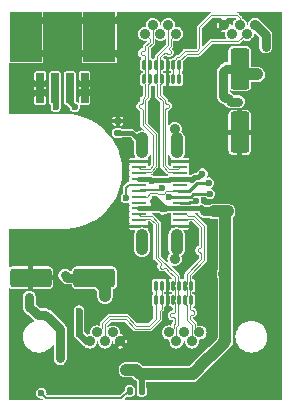
<source format=gbr>
%TF.GenerationSoftware,KiCad,Pcbnew,8.0.3*%
%TF.CreationDate,2024-07-01T18:30:19+03:00*%
%TF.ProjectId,Shield_Emergent_3,53686965-6c64-45f4-956d-657267656e74,rev?*%
%TF.SameCoordinates,Original*%
%TF.FileFunction,Copper,L1,Top*%
%TF.FilePolarity,Positive*%
%FSLAX46Y46*%
G04 Gerber Fmt 4.6, Leading zero omitted, Abs format (unit mm)*
G04 Created by KiCad (PCBNEW 8.0.3) date 2024-07-01 18:30:19*
%MOMM*%
%LPD*%
G01*
G04 APERTURE LIST*
G04 Aperture macros list*
%AMRoundRect*
0 Rectangle with rounded corners*
0 $1 Rounding radius*
0 $2 $3 $4 $5 $6 $7 $8 $9 X,Y pos of 4 corners*
0 Add a 4 corners polygon primitive as box body*
4,1,4,$2,$3,$4,$5,$6,$7,$8,$9,$2,$3,0*
0 Add four circle primitives for the rounded corners*
1,1,$1+$1,$2,$3*
1,1,$1+$1,$4,$5*
1,1,$1+$1,$6,$7*
1,1,$1+$1,$8,$9*
0 Add four rect primitives between the rounded corners*
20,1,$1+$1,$2,$3,$4,$5,0*
20,1,$1+$1,$4,$5,$6,$7,0*
20,1,$1+$1,$6,$7,$8,$9,0*
20,1,$1+$1,$8,$9,$2,$3,0*%
G04 Aperture macros list end*
%TA.AperFunction,ComponentPad*%
%ADD10C,0.900000*%
%TD*%
%TA.AperFunction,SMDPad,CuDef*%
%ADD11R,1.300000X0.270000*%
%TD*%
%TA.AperFunction,ComponentPad*%
%ADD12O,1.100000X2.220000*%
%TD*%
%TA.AperFunction,SMDPad,CuDef*%
%ADD13R,0.700000X2.500000*%
%TD*%
%TA.AperFunction,SMDPad,CuDef*%
%ADD14R,2.700000X4.200000*%
%TD*%
%TA.AperFunction,SMDPad,CuDef*%
%ADD15RoundRect,0.075000X0.075000X-0.350000X0.075000X0.350000X-0.075000X0.350000X-0.075000X-0.350000X0*%
%TD*%
%TA.AperFunction,SMDPad,CuDef*%
%ADD16RoundRect,0.075000X-0.075000X0.350000X-0.075000X-0.350000X0.075000X-0.350000X0.075000X0.350000X0*%
%TD*%
%TA.AperFunction,SMDPad,CuDef*%
%ADD17RoundRect,0.135000X0.185000X-0.135000X0.185000X0.135000X-0.185000X0.135000X-0.185000X-0.135000X0*%
%TD*%
%TA.AperFunction,SMDPad,CuDef*%
%ADD18RoundRect,0.250000X1.500000X0.550000X-1.500000X0.550000X-1.500000X-0.550000X1.500000X-0.550000X0*%
%TD*%
%TA.AperFunction,SMDPad,CuDef*%
%ADD19RoundRect,0.135000X-0.135000X-0.185000X0.135000X-0.185000X0.135000X0.185000X-0.135000X0.185000X0*%
%TD*%
%TA.AperFunction,SMDPad,CuDef*%
%ADD20RoundRect,0.250000X-0.550000X1.500000X-0.550000X-1.500000X0.550000X-1.500000X0.550000X1.500000X0*%
%TD*%
%TA.AperFunction,ViaPad*%
%ADD21C,0.600000*%
%TD*%
%TA.AperFunction,Conductor*%
%ADD22C,0.112000*%
%TD*%
%TA.AperFunction,Conductor*%
%ADD23C,1.000000*%
%TD*%
%TA.AperFunction,Conductor*%
%ADD24C,0.800000*%
%TD*%
%TA.AperFunction,Conductor*%
%ADD25C,0.500000*%
%TD*%
%TA.AperFunction,Conductor*%
%ADD26C,0.400000*%
%TD*%
%TA.AperFunction,Conductor*%
%ADD27C,0.600000*%
%TD*%
%TA.AperFunction,Conductor*%
%ADD28C,0.250000*%
%TD*%
%TA.AperFunction,Conductor*%
%ADD29C,0.200000*%
%TD*%
G04 APERTURE END LIST*
D10*
%TO.P,X1,*%
%TO.N,*%
X16500000Y-10400000D03*
X16500000Y-21400000D03*
D11*
%TO.P,X1,A1,GND*%
%TO.N,GND*%
X16950000Y-13150000D03*
%TO.P,X1,A2,TX1+*%
%TO.N,TX1-*%
X16950000Y-13650000D03*
%TO.P,X1,A3,TX1-*%
%TO.N,TX1+*%
X16950000Y-14150000D03*
%TO.P,X1,A4,VBUS*%
%TO.N,VBUS*%
X16950000Y-14650000D03*
%TO.P,X1,A5,CC1*%
%TO.N,unconnected-(X1-CC1-PadA5)*%
X16950000Y-15150000D03*
%TO.P,X1,A6,D+*%
%TO.N,EN1*%
X16950000Y-15650000D03*
%TO.P,X1,A7,D-*%
%TO.N,EN2*%
X16950000Y-16150000D03*
%TO.P,X1,A8,SBU1*%
%TO.N,BTN1*%
X16950000Y-16650000D03*
%TO.P,X1,A9,VBUS*%
%TO.N,VBUS*%
X16950000Y-17150000D03*
%TO.P,X1,A10,RX2-*%
%TO.N,RX2+*%
X16950000Y-17650000D03*
%TO.P,X1,A11,RX2+*%
%TO.N,RX2-*%
X16950000Y-18150000D03*
%TO.P,X1,A12,GND*%
%TO.N,GND*%
X16950000Y-18650000D03*
%TO.P,X1,B1,GND*%
X13450000Y-18650000D03*
%TO.P,X1,B2,TX2+*%
%TO.N,TX2+*%
X13450000Y-18150000D03*
%TO.P,X1,B3,TX2-*%
%TO.N,TX2-*%
X13450000Y-17650000D03*
%TO.P,X1,B4,VBUS*%
%TO.N,VBUS*%
X13450000Y-17150000D03*
%TO.P,X1,B5,CC2*%
%TO.N,unconnected-(X1-CC2-PadB5)*%
X13450000Y-16650000D03*
%TO.P,X1,B6,D+*%
%TO.N,EN1*%
X13450000Y-16150000D03*
%TO.P,X1,B7,D-*%
%TO.N,EN2*%
X13450000Y-15650000D03*
%TO.P,X1,B8,SBU2*%
%TO.N,BTN2*%
X13450000Y-15150000D03*
%TO.P,X1,B9,VBUS*%
%TO.N,VBUS*%
X13450000Y-14650000D03*
%TO.P,X1,B10,RX1-*%
%TO.N,RX1-*%
X13450000Y-14150000D03*
%TO.P,X1,B11,RX1+*%
%TO.N,RX1+*%
X13450000Y-13650000D03*
%TO.P,X1,B12,GND*%
%TO.N,GND*%
X13450000Y-13150000D03*
D12*
%TO.P,X1,S1,SHIELD*%
%TO.N,Shield*%
X16670000Y-11800000D03*
X13730000Y-11800000D03*
X16670000Y-20000000D03*
X13730000Y-20000000D03*
%TD*%
D10*
%TO.P,J1,1,VBUS*%
%TO.N,VOUT1*%
X23300000Y-1600000D03*
%TO.P,J1,2,D-*%
%TO.N,D-*%
X22650000Y-2350000D03*
%TO.P,J1,3,D+*%
%TO.N,D+*%
X22000000Y-1600000D03*
%TO.P,J1,4,ID*%
%TO.N,unconnected-(J1-ID-Pad4)*%
X21350000Y-2350000D03*
%TO.P,J1,5,GND*%
%TO.N,GND*%
X20700000Y-1600000D03*
%TO.P,J1,6,SSTX-*%
%TO.N,TX1-*%
X16600000Y-2350000D03*
%TO.P,J1,7,SSTX+*%
%TO.N,TX1+*%
X15950000Y-1600000D03*
%TO.P,J1,8,DRAIN*%
%TO.N,GND*%
X15300000Y-2350000D03*
%TO.P,J1,9,SSRX-*%
%TO.N,RX1-*%
X14650000Y-1600000D03*
%TO.P,J1,10,SSRX+*%
%TO.N,RX1+*%
X14000000Y-2350000D03*
%TD*%
%TO.P,J3,1,VBUS*%
%TO.N,VOUT2*%
X9300000Y-28400000D03*
%TO.P,J3,2,D-*%
%TO.N,2_D-*%
X9950000Y-27650000D03*
%TO.P,J3,3,D+*%
%TO.N,2_D+*%
X10600000Y-28400000D03*
%TO.P,J3,4,ID*%
%TO.N,unconnected-(J3-ID-Pad4)*%
X11250000Y-27650000D03*
%TO.P,J3,5,GND*%
%TO.N,GND*%
X11900000Y-28400000D03*
%TO.P,J3,6,SSTX-*%
%TO.N,TX2+*%
X16000000Y-27650000D03*
%TO.P,J3,7,SSTX+*%
%TO.N,TX2-*%
X16650000Y-28400000D03*
%TO.P,J3,8,DRAIN*%
%TO.N,GND*%
X17300000Y-27650000D03*
%TO.P,J3,9,SSRX-*%
%TO.N,RX2-*%
X17950000Y-28400000D03*
%TO.P,J3,10,SSRX+*%
%TO.N,RX2+*%
X18600000Y-27650000D03*
%TD*%
D13*
%TO.P,J4,1,Pin_1*%
%TO.N,GND*%
X8875000Y-6950000D03*
%TO.P,J4,2,Pin_2*%
%TO.N,BTN2*%
X7625000Y-6950000D03*
%TO.P,J4,3,Pin_3*%
%TO.N,BTN1*%
X6375000Y-6950000D03*
%TO.P,J4,4,Pin_4*%
%TO.N,GND*%
X5125000Y-6950000D03*
D14*
%TO.P,J4,5,Pin_5*%
X10125000Y-2600000D03*
X3875000Y-2600000D03*
%TD*%
D15*
%TO.P,U3,1,1*%
%TO.N,RX1+*%
X13900000Y-6225000D03*
%TO.P,U3,2,2*%
%TO.N,RX1-*%
X14400000Y-6225000D03*
%TO.P,U3,3,3*%
%TO.N,TX1+*%
X14900000Y-6225000D03*
%TO.P,U3,4,4*%
%TO.N,TX1-*%
X15400000Y-6225000D03*
%TO.P,U3,5,5*%
%TO.N,GND*%
X15900000Y-6225000D03*
%TO.P,U3,6,6*%
%TO.N,D+*%
X16400000Y-6225000D03*
%TO.P,U3,7,7*%
%TO.N,D-*%
X16900000Y-6225000D03*
%TO.P,U3,8,8*%
X16900000Y-4975000D03*
%TO.P,U3,9,9*%
%TO.N,D+*%
X16400000Y-4975000D03*
%TO.P,U3,10,10*%
%TO.N,GND*%
X15900000Y-4975000D03*
%TO.P,U3,11,11*%
%TO.N,TX1-*%
X15400000Y-4975000D03*
%TO.P,U3,12,12*%
%TO.N,TX1+*%
X14900000Y-4975000D03*
%TO.P,U3,13,13*%
%TO.N,RX1-*%
X14400000Y-4975000D03*
%TO.P,U3,14,14*%
%TO.N,RX1+*%
X13900000Y-4975000D03*
%TD*%
D16*
%TO.P,U4,1,1*%
%TO.N,RX2+*%
X17900000Y-23675000D03*
%TO.P,U4,2,2*%
%TO.N,RX2-*%
X17400000Y-23675000D03*
%TO.P,U4,3,3*%
%TO.N,TX2-*%
X16900000Y-23675000D03*
%TO.P,U4,4,4*%
%TO.N,TX2+*%
X16400000Y-23675000D03*
%TO.P,U4,5,5*%
%TO.N,GND*%
X15900000Y-23675000D03*
%TO.P,U4,6,6*%
%TO.N,2_D+*%
X15400000Y-23675000D03*
%TO.P,U4,7,7*%
%TO.N,2_D-*%
X14900000Y-23675000D03*
%TO.P,U4,8,8*%
X14900000Y-24925000D03*
%TO.P,U4,9,9*%
%TO.N,2_D+*%
X15400000Y-24925000D03*
%TO.P,U4,10,10*%
%TO.N,GND*%
X15900000Y-24925000D03*
%TO.P,U4,11,11*%
%TO.N,TX2+*%
X16400000Y-24925000D03*
%TO.P,U4,12,12*%
%TO.N,TX2-*%
X16900000Y-24925000D03*
%TO.P,U4,13,13*%
%TO.N,RX2-*%
X17400000Y-24925000D03*
%TO.P,U4,14,14*%
%TO.N,RX2+*%
X17900000Y-24925000D03*
%TD*%
D17*
%TO.P,R1,1*%
%TO.N,Shield*%
X11700000Y-10760000D03*
%TO.P,R1,2*%
%TO.N,GND*%
X11700000Y-9740000D03*
%TD*%
D18*
%TO.P,C4,1*%
%TO.N,VOUT2*%
X9700000Y-23000000D03*
%TO.P,C4,2*%
%TO.N,GND*%
X4300000Y-23000000D03*
%TD*%
D19*
%TO.P,R7,1*%
%TO.N,nFLT2*%
X12690000Y-32600000D03*
%TO.P,R7,2*%
%TO.N,VBUS*%
X13710000Y-32600000D03*
%TD*%
D20*
%TO.P,C1,1*%
%TO.N,VOUT1*%
X22000000Y-5300000D03*
%TO.P,C1,2*%
%TO.N,GND*%
X22000000Y-10700000D03*
%TD*%
D21*
%TO.N,GND*%
X18850000Y-25150000D03*
%TO.N,VBUS*%
X15200000Y-31200000D03*
X16600000Y-31200000D03*
X18000000Y-31100000D03*
X19100000Y-30100000D03*
X19800000Y-29400000D03*
X20700000Y-28400000D03*
X20800000Y-26500000D03*
X20800000Y-24900000D03*
X20700000Y-22700000D03*
X20800000Y-20800000D03*
X20800000Y-19100000D03*
%TO.N,VOUT1*%
X24200000Y-2450000D03*
X24200000Y-3450000D03*
%TO.N,VOUT2*%
X6800000Y-29850000D03*
X6800000Y-27450000D03*
X5700000Y-26300000D03*
X4550000Y-25800000D03*
X4200000Y-24650000D03*
%TO.N,VOUT1*%
X20600000Y-6400000D03*
X20750000Y-5400000D03*
X23500000Y-5800000D03*
X21900000Y-8100000D03*
X20800000Y-7800000D03*
%TO.N,GND*%
X8000000Y-31400000D03*
X14100000Y-25500000D03*
X19400000Y-11200000D03*
X25000000Y-11200000D03*
X22000000Y-30400000D03*
X5350000Y-24300000D03*
X13000000Y-9000000D03*
X21600000Y-13400000D03*
X19400000Y-22200000D03*
X3200000Y-24800000D03*
X15200000Y-3200000D03*
X23750000Y-15500000D03*
X11200000Y-29200000D03*
X13000000Y-8000000D03*
X17800000Y-12600000D03*
X15750000Y-19000000D03*
X18592203Y-1092203D03*
X9100000Y-5250000D03*
X24600000Y-1200000D03*
X8100000Y-29800000D03*
X17400000Y-32600000D03*
X15000000Y-30000000D03*
X12700000Y-9700000D03*
X12600000Y-29300000D03*
X23100000Y-7450000D03*
X12400000Y-25000000D03*
X18800000Y-23100000D03*
X23600000Y-11250000D03*
X13300000Y-10300000D03*
X19000000Y-28600000D03*
X16800000Y-3400000D03*
X22800000Y-13400000D03*
X15500000Y-22800000D03*
X20400000Y-4100000D03*
X12700000Y-31800000D03*
X24200000Y-32400000D03*
X5400000Y-21200000D03*
X4000000Y-8600000D03*
X19200000Y-2500000D03*
X18800000Y-26600000D03*
X20600000Y-13400000D03*
X15700000Y-26800000D03*
X12800000Y-3200000D03*
X12650000Y-19300000D03*
X16500000Y-9400000D03*
X24900000Y-8600000D03*
X19100000Y-7900000D03*
X24300000Y-21600000D03*
X11900000Y-20000000D03*
X22600000Y-25000000D03*
X12600000Y-5200000D03*
X21000000Y-32600000D03*
X14700000Y-8300000D03*
X24300000Y-24800000D03*
X23700000Y-8600000D03*
X22300000Y-19400000D03*
X23200000Y-3000000D03*
X12600000Y-7200000D03*
X14950000Y-27900000D03*
X12250000Y-17900000D03*
X5000000Y-30800000D03*
X12595144Y-11381856D03*
X3200000Y-27500000D03*
X23900000Y-14400000D03*
X13000000Y-28100000D03*
X15300000Y-950000D03*
X17700000Y-21400000D03*
X19800000Y-13400000D03*
X8000000Y-30600000D03*
X5250000Y-25000000D03*
X19600000Y-18900000D03*
X14500000Y-21800000D03*
X12375000Y-13900000D03*
X10400000Y-19200000D03*
X23200000Y-20700000D03*
X18000000Y-5000000D03*
X25000000Y-15550000D03*
X15200000Y-14000000D03*
X13500000Y-1100000D03*
X12200000Y-27400000D03*
X24900000Y-9900000D03*
X12600000Y-22600000D03*
X20300000Y-16100000D03*
X16500000Y-7800000D03*
X16800000Y-30200000D03*
X22000000Y-20800000D03*
X20200000Y-2400000D03*
X12600000Y-2200000D03*
X13000000Y-23450000D03*
X10400000Y-18200000D03*
X19600000Y-1800000D03*
X24550000Y-17950000D03*
X14000000Y-23450000D03*
X23400000Y-23300000D03*
X25100000Y-16650000D03*
X7200000Y-20800000D03*
X16000000Y-7200000D03*
X10500000Y-32200000D03*
X12600000Y-6200000D03*
X17800000Y-2400000D03*
X19300000Y-32400000D03*
X14800000Y-29000000D03*
X25050000Y-6350000D03*
X8200000Y-5200000D03*
X18026999Y-13900000D03*
X24650000Y-19650000D03*
X7200000Y-24150000D03*
X17800000Y-11800000D03*
X14700000Y-9100000D03*
X6800000Y-1400000D03*
X24050000Y-29800000D03*
X4400000Y-20800000D03*
X23600000Y-9900000D03*
X17900000Y-7100000D03*
X15800000Y-32600000D03*
X19200000Y-9000000D03*
X12600000Y-1200000D03*
X17300000Y-29200000D03*
X7250000Y-25900000D03*
X14700000Y-9900000D03*
X12600000Y-20850000D03*
X6800000Y-4000000D03*
X10600000Y-9600000D03*
X9600000Y-21200000D03*
X19600000Y-20600000D03*
X2800000Y-31400000D03*
X25100000Y-13500000D03*
X21100000Y-16150000D03*
X19200000Y-6050000D03*
X14500000Y-21800000D03*
X23000000Y-14800000D03*
X18900000Y-23900000D03*
X17800000Y-1100000D03*
X8000000Y-32200000D03*
X3800000Y-5400000D03*
X16900000Y-1100000D03*
X18600000Y-11000000D03*
X17100000Y-22300000D03*
X15700000Y-21000000D03*
X22300000Y-22300000D03*
X15888069Y-17902560D03*
X3400000Y-7200000D03*
%TO.N,VBUS*%
X14838909Y-16338909D03*
X14600000Y-14800000D03*
X12400000Y-30800000D03*
X19800000Y-17400000D03*
X19000000Y-17400000D03*
X18850000Y-14200000D03*
X15537961Y-17227000D03*
X21000000Y-17400000D03*
X13575000Y-31175000D03*
%TO.N,VOUT2*%
X7200000Y-22800000D03*
X8400000Y-25800000D03*
X10600000Y-24600000D03*
X8400000Y-26600000D03*
X8400000Y-27800000D03*
%TO.N,BTN2*%
X12373001Y-16277709D03*
X8050000Y-8550000D03*
%TO.N,EN1*%
X19404675Y-14970077D03*
%TO.N,EN2*%
X19488909Y-15911091D03*
X16000000Y-16175000D03*
X15400000Y-15400000D03*
%TO.N,BTN1*%
X6450000Y-8550000D03*
X18306587Y-16506587D03*
%TO.N,nFLT2*%
X5200000Y-32800000D03*
%TD*%
D22*
%TO.N,D-*%
X21900000Y-3000000D02*
X22550000Y-2350000D01*
X19600000Y-3000000D02*
X21900000Y-3000000D01*
X22550000Y-2350000D02*
X22650000Y-2350000D01*
X17515500Y-4084500D02*
X18515500Y-4084500D01*
X16900000Y-4700000D02*
X17515500Y-4084500D01*
X16900000Y-4975000D02*
X16900000Y-4700000D01*
X18515500Y-4084500D02*
X19600000Y-3000000D01*
D23*
%TO.N,VBUS*%
X15175000Y-31175000D02*
X13575000Y-31175000D01*
X15200000Y-31200000D02*
X15175000Y-31175000D01*
X15225000Y-31175000D02*
X15200000Y-31200000D01*
X16575000Y-31175000D02*
X15225000Y-31175000D01*
X16600000Y-31200000D02*
X16575000Y-31175000D01*
X16625000Y-31175000D02*
X16600000Y-31200000D01*
X18000000Y-31200000D02*
X18025000Y-31175000D01*
X18000000Y-31100000D02*
X18000000Y-31200000D01*
X18100000Y-31100000D02*
X18000000Y-31100000D01*
X19100000Y-30100000D02*
X18100000Y-31100000D01*
X19800000Y-29400000D02*
X19100000Y-30100000D01*
X20700000Y-28500000D02*
X19800000Y-29400000D01*
X20700000Y-28400000D02*
X20700000Y-28500000D01*
X20800000Y-28400000D02*
X20700000Y-28400000D01*
X20800000Y-26500000D02*
X20800000Y-28000000D01*
X20800000Y-24900000D02*
X20800000Y-26500000D01*
X20800000Y-22800000D02*
X20800000Y-24900000D01*
X20700000Y-22700000D02*
X20800000Y-22800000D01*
X20800000Y-22600000D02*
X20700000Y-22700000D01*
X20800000Y-20800000D02*
X20800000Y-22600000D01*
X20800000Y-19100000D02*
X20800000Y-20800000D01*
D24*
%TO.N,VOUT1*%
X24200000Y-2450000D02*
X24200000Y-3450000D01*
X23300000Y-1600000D02*
X23350000Y-1600000D01*
X23350000Y-1600000D02*
X24200000Y-2450000D01*
%TO.N,VOUT2*%
X6800000Y-27450000D02*
X6800000Y-29850000D01*
X6800000Y-27316648D02*
X6800000Y-27450000D01*
X5700000Y-26300000D02*
X5783352Y-26300000D01*
X5783352Y-26300000D02*
X6800000Y-27316648D01*
X5550000Y-26150000D02*
X5700000Y-26300000D01*
X4550000Y-25800000D02*
X4900000Y-26150000D01*
X4900000Y-26150000D02*
X5550000Y-26150000D01*
X4200000Y-25450000D02*
X4550000Y-25800000D01*
X4200000Y-24650000D02*
X4200000Y-25450000D01*
%TO.N,VOUT1*%
X20600000Y-6400000D02*
X20600000Y-7600000D01*
X20750000Y-5450000D02*
X20600000Y-5600000D01*
X20750000Y-5400000D02*
X20750000Y-5450000D01*
X20800000Y-5400000D02*
X20750000Y-5400000D01*
X21000000Y-7800000D02*
X21300000Y-8100000D01*
X22000000Y-5300000D02*
X20900000Y-5300000D01*
D23*
X22500000Y-5800000D02*
X23500000Y-5800000D01*
D24*
X20600000Y-5600000D02*
X20600000Y-6400000D01*
X21300000Y-8100000D02*
X21900000Y-8100000D01*
X20900000Y-5300000D02*
X20800000Y-5400000D01*
X20800000Y-7800000D02*
X21000000Y-7800000D01*
X20600000Y-7600000D02*
X20800000Y-7800000D01*
D25*
%TO.N,VBUS*%
X13710000Y-31310000D02*
X13575000Y-31175000D01*
D26*
X14450000Y-14650000D02*
X13450000Y-14650000D01*
D25*
X15537961Y-17227000D02*
X15150000Y-16839039D01*
D26*
X14700000Y-16950000D02*
X14700000Y-17150000D01*
D27*
X19000000Y-17400000D02*
X18750000Y-17150000D01*
D23*
X13200000Y-30800000D02*
X13575000Y-31175000D01*
D26*
X15800000Y-17150000D02*
X16950000Y-17150000D01*
X18481923Y-14518077D02*
X18171988Y-14518077D01*
X16950000Y-14650000D02*
X16075000Y-14650000D01*
D23*
X20800000Y-28000000D02*
X20800000Y-28400000D01*
D25*
X15650000Y-17150000D02*
X15800000Y-17150000D01*
D26*
X18800000Y-14200000D02*
X18481923Y-14518077D01*
X15752000Y-17150000D02*
X16950000Y-17150000D01*
D25*
X17900000Y-14700000D02*
X17990065Y-14700000D01*
X14788779Y-16477818D02*
X14700000Y-16477818D01*
D23*
X18025000Y-31175000D02*
X16625000Y-31175000D01*
D25*
X15537961Y-17227000D02*
X14788779Y-16477818D01*
D28*
X14675000Y-14725000D02*
X14600000Y-14800000D01*
D27*
X21000000Y-17400000D02*
X20800000Y-17600000D01*
D23*
X21000000Y-17400000D02*
X19800000Y-17400000D01*
D26*
X16075000Y-14650000D02*
X16000000Y-14725000D01*
X18850000Y-14200000D02*
X18800000Y-14200000D01*
X15537961Y-17227000D02*
X15675000Y-17227000D01*
D25*
X15150000Y-16839039D02*
X15150000Y-16650000D01*
D26*
X14700000Y-16477818D02*
X14700000Y-16950000D01*
X16950000Y-14650000D02*
X17950000Y-14650000D01*
X18750000Y-17150000D02*
X16950000Y-17150000D01*
D23*
X20800000Y-17600000D02*
X20800000Y-19100000D01*
D27*
X14838909Y-16338909D02*
X14700000Y-16477818D01*
D26*
X15537961Y-17227000D02*
X15460961Y-17150000D01*
D23*
X12400000Y-30800000D02*
X13200000Y-30800000D01*
D25*
X13710000Y-32600000D02*
X13710000Y-31310000D01*
D26*
X15260961Y-16950000D02*
X14700000Y-16950000D01*
D25*
X15150000Y-16650000D02*
X15650000Y-17150000D01*
D26*
X16000000Y-14725000D02*
X14675000Y-14725000D01*
D27*
X20800000Y-18100000D02*
X20800000Y-17600000D01*
D26*
X18171988Y-14518077D02*
X17990065Y-14700000D01*
D28*
X14600000Y-14800000D02*
X14450000Y-14650000D01*
D25*
X15150000Y-16650000D02*
X14838909Y-16338909D01*
D26*
X15460961Y-17150000D02*
X14700000Y-17150000D01*
D24*
X19000000Y-17400000D02*
X19800000Y-17400000D01*
D26*
X15675000Y-17227000D02*
X15752000Y-17150000D01*
X15752000Y-17150000D02*
X15800000Y-17150000D01*
D23*
X20800000Y-28400000D02*
X20800000Y-28400000D01*
D28*
X17950000Y-14650000D02*
X17900000Y-14700000D01*
D26*
X15537961Y-17227000D02*
X15260961Y-16950000D01*
X13450000Y-17150000D02*
X14700000Y-17150000D01*
D27*
%TO.N,VOUT2*%
X8400000Y-27800000D02*
X8400000Y-26600000D01*
X8400000Y-26600000D02*
X8400000Y-25800000D01*
D23*
X9700000Y-23000000D02*
X10600000Y-23900000D01*
D27*
X9000000Y-28400000D02*
X8400000Y-27800000D01*
X9300000Y-28400000D02*
X9000000Y-28400000D01*
D24*
X7200000Y-22800000D02*
X7400000Y-23000000D01*
X7400000Y-23000000D02*
X9700000Y-23000000D01*
D23*
X10600000Y-23900000D02*
X10600000Y-24600000D01*
D22*
%TO.N,RX1-*%
X14269500Y-4844500D02*
X14400000Y-4975000D01*
X14400000Y-4975000D02*
X14269500Y-5105500D01*
X14482384Y-14019500D02*
X14919500Y-13582384D01*
X14650000Y-1600000D02*
X14650000Y-3119000D01*
X14400000Y-6500000D02*
X14400000Y-6225000D01*
X14269500Y-7699500D02*
X14269500Y-6630500D01*
X13580500Y-14019500D02*
X14482384Y-14019500D01*
X14269500Y-6094500D02*
X14400000Y-6225000D01*
X14019500Y-7949500D02*
X14269500Y-7699500D01*
X14019500Y-9950500D02*
X14019500Y-7949500D01*
X14269500Y-6630500D02*
X14400000Y-6500000D01*
X14919500Y-10850500D02*
X14019500Y-9950500D01*
X13450000Y-14150000D02*
X13580500Y-14019500D01*
X14269500Y-3499500D02*
X14269500Y-4844500D01*
X14919500Y-13582384D02*
X14919500Y-10850500D01*
X14269500Y-5105500D02*
X14269500Y-6094500D01*
X14650000Y-3119000D02*
X14269500Y-3499500D01*
%TO.N,RX1+*%
X13780500Y-8200000D02*
X13685250Y-8295250D01*
X14030500Y-4271500D02*
X14030500Y-4844500D01*
X13900000Y-4975000D02*
X14030500Y-5105500D01*
X14410999Y-2760999D02*
X14410999Y-3020001D01*
X13629029Y-4081000D02*
X13724279Y-4176250D01*
X13470916Y-8581000D02*
X13566166Y-8676250D01*
X14030500Y-6094500D02*
X13900000Y-6225000D01*
X13780500Y-7850500D02*
X13780500Y-8200000D01*
X13780500Y-8771500D02*
X13780500Y-9202357D01*
X13724279Y-4176250D02*
X13935250Y-4176250D01*
X14030500Y-5105500D02*
X14030500Y-6094500D01*
X14680500Y-10949500D02*
X14680500Y-13483384D01*
X14030500Y-3700000D02*
X13935250Y-3795250D01*
X13629029Y-3890500D02*
X13629029Y-4081000D01*
X13566166Y-8295250D02*
X13470916Y-8390500D01*
X14030500Y-4844500D02*
X13900000Y-4975000D01*
X13685250Y-8295250D02*
X13566166Y-8295250D01*
X13566166Y-8676250D02*
X13685250Y-8676250D01*
X13935250Y-4176250D02*
X14030500Y-4271500D01*
X14383384Y-13780500D02*
X13580500Y-13780500D01*
X13780500Y-10049500D02*
X14680500Y-10949500D01*
X13935250Y-3795250D02*
X13724279Y-3795250D01*
X13580500Y-13780500D02*
X13450000Y-13650000D01*
X14030500Y-3400500D02*
X14030500Y-3700000D01*
X14030500Y-7600500D02*
X13780500Y-7850500D01*
X14030500Y-6630500D02*
X14030500Y-7600500D01*
X14000000Y-2350000D02*
X14410999Y-2760999D01*
X13900000Y-6500000D02*
X14030500Y-6630500D01*
X14410999Y-3020001D02*
X14030500Y-3400500D01*
X13780500Y-9202357D02*
X13780500Y-10049500D01*
X13900000Y-6225000D02*
X13900000Y-6500000D01*
X13470916Y-8390500D02*
X13470916Y-8581000D01*
X13685250Y-8676250D02*
X13780500Y-8771500D01*
X13724279Y-3795250D02*
X13629029Y-3890500D01*
X14680500Y-13483384D02*
X14383384Y-13780500D01*
%TO.N,TX1+*%
X15030500Y-6630500D02*
X14900000Y-6500000D01*
X15030500Y-4844500D02*
X14900000Y-4975000D01*
X15030500Y-7599500D02*
X15030500Y-6630500D01*
X15030500Y-4231502D02*
X15030500Y-4844500D01*
X15480500Y-13587119D02*
X15480500Y-8049500D01*
X15912881Y-14019500D02*
X15480500Y-13587119D01*
X15030500Y-5105500D02*
X15030500Y-6094500D01*
X15030500Y-6094500D02*
X14900000Y-6225000D01*
X14900000Y-6500000D02*
X14900000Y-6225000D01*
X14900000Y-4975000D02*
X15030500Y-5105500D01*
X15950000Y-1600000D02*
X15950000Y-3312002D01*
X16950000Y-14150000D02*
X16819500Y-14019500D01*
X16819500Y-14019500D02*
X15912881Y-14019500D01*
X15950000Y-3312002D02*
X15030500Y-4231502D01*
X15480500Y-8049500D02*
X15030500Y-7599500D01*
%TO.N,D+*%
X16530500Y-4569500D02*
X16530500Y-4552554D01*
X16400000Y-6225000D02*
X16400000Y-4975000D01*
X16400000Y-4975000D02*
X16400000Y-4700000D01*
X19600000Y-800000D02*
X21800000Y-800000D01*
X17354500Y-3845500D02*
X18354500Y-3845500D01*
X22000000Y-1000000D02*
X22000000Y-1600000D01*
X16530500Y-4552554D02*
X16716054Y-4367000D01*
X18354500Y-3845500D02*
X18600000Y-3600000D01*
X16400000Y-4700000D02*
X16530500Y-4569500D01*
X16716054Y-4367000D02*
X16833000Y-4367000D01*
X18600000Y-3600000D02*
X18600000Y-1800000D01*
X16833000Y-4367000D02*
X17354500Y-3845500D01*
X21800000Y-800000D02*
X22000000Y-1000000D01*
X18600000Y-1800000D02*
X19600000Y-800000D01*
%TO.N,TX1-*%
X15511184Y-4088817D02*
X15500000Y-4100000D01*
X15269500Y-6094500D02*
X15400000Y-6225000D01*
X16600000Y-2350000D02*
X16189001Y-2760999D01*
X15933837Y-8661459D02*
X15814750Y-8661459D01*
X15814750Y-8661459D02*
X15719500Y-8756709D01*
X15400000Y-4975000D02*
X15269500Y-5105500D01*
X15500000Y-4100000D02*
X15269500Y-4330500D01*
X15814750Y-8280459D02*
X15933837Y-8280459D01*
X16029087Y-8566209D02*
X15933837Y-8661459D01*
X15780593Y-3954113D02*
X15645889Y-3954114D01*
X15645889Y-3954114D02*
X15511184Y-4088817D01*
X16050000Y-3550000D02*
X16050000Y-3684704D01*
X15269500Y-5105500D02*
X15269500Y-6094500D01*
X15400000Y-6500000D02*
X15269500Y-6630500D01*
X15400000Y-6225000D02*
X15400000Y-6500000D01*
X16011881Y-13780500D02*
X16819500Y-13780500D01*
X15269500Y-6630500D02*
X15269500Y-7500500D01*
X16199186Y-3968595D02*
X16064483Y-4103299D01*
X16029087Y-8375709D02*
X16029087Y-8566209D01*
X15269500Y-7500500D02*
X15719500Y-7950500D01*
X16064483Y-4103299D02*
X15929779Y-4103299D01*
X15929779Y-4103299D02*
X15780593Y-3954113D01*
X16189001Y-3410999D02*
X16050000Y-3550000D01*
X16189001Y-2760999D02*
X16189001Y-3410999D01*
X15719500Y-9900000D02*
X15719500Y-13488119D01*
X16819500Y-13780500D02*
X16950000Y-13650000D01*
X15269500Y-4330500D02*
X15269500Y-4844500D01*
X15269500Y-4844500D02*
X15400000Y-4975000D01*
X15719500Y-7950500D02*
X15719500Y-8185209D01*
X16199187Y-3833891D02*
X16199186Y-3968595D01*
X15933837Y-8280459D02*
X16029087Y-8375709D01*
X15719500Y-13488119D02*
X16011881Y-13780500D01*
X16050000Y-3684704D02*
X16199187Y-3833891D01*
X15719500Y-8756709D02*
X15719500Y-9900000D01*
X15719500Y-8185209D02*
X15814750Y-8280459D01*
%TO.N,D-*%
X16900000Y-6225000D02*
X16900000Y-4975000D01*
D29*
%TO.N,BTN2*%
X12373001Y-16277709D02*
X12373001Y-15376999D01*
D26*
X7625000Y-8125000D02*
X7625000Y-6950000D01*
D29*
X12600000Y-15150000D02*
X13450000Y-15150000D01*
D26*
X8050000Y-8550000D02*
X7625000Y-8125000D01*
D29*
X12373001Y-15376999D02*
X12600000Y-15150000D01*
D28*
%TO.N,EN1*%
X16950000Y-15650000D02*
X16750000Y-15650000D01*
D22*
X16208066Y-15700000D02*
X16200066Y-15692000D01*
D28*
X18429924Y-14970077D02*
X17750001Y-15650000D01*
D22*
X14155248Y-16150000D02*
X13450000Y-16150000D01*
X15591934Y-15900000D02*
X15083066Y-15900000D01*
X15038975Y-15855909D02*
X14449339Y-15855909D01*
X15083066Y-15900000D02*
X15038975Y-15855909D01*
X16650000Y-15700000D02*
X16208066Y-15700000D01*
X16200066Y-15692000D02*
X15799934Y-15692000D01*
D28*
X17750001Y-15650000D02*
X16950000Y-15650000D01*
D22*
X14449339Y-15855909D02*
X14155248Y-16150000D01*
X15799934Y-15692000D02*
X15591934Y-15900000D01*
X16725000Y-15625000D02*
X16650000Y-15700000D01*
D28*
X19404675Y-14970077D02*
X18429924Y-14970077D01*
D29*
%TO.N,EN2*%
X13527091Y-15572909D02*
X13450000Y-15650000D01*
X15227091Y-15572909D02*
X13527091Y-15572909D01*
X15400000Y-15400000D02*
X15227091Y-15572909D01*
D28*
X16000000Y-16175000D02*
X16025000Y-16150000D01*
X19488909Y-15911091D02*
X18088909Y-15911091D01*
X16025000Y-16150000D02*
X16950000Y-16150000D01*
X17850000Y-16150000D02*
X16950000Y-16150000D01*
X18088909Y-15911091D02*
X17850000Y-16150000D01*
D25*
%TO.N,BTN1*%
X6450000Y-8550000D02*
X6450000Y-7025000D01*
D28*
X18188174Y-16625000D02*
X17761827Y-16625000D01*
X17736827Y-16650000D02*
X16950000Y-16650000D01*
D25*
X6450000Y-7025000D02*
X6375000Y-6950000D01*
D28*
X18306587Y-16506587D02*
X18188174Y-16625000D01*
X17761827Y-16625000D02*
X17736827Y-16650000D01*
D29*
%TO.N,nFLT2*%
X12690000Y-32600000D02*
X12600000Y-32600000D01*
X5600000Y-33200000D02*
X5200000Y-32800000D01*
X12000000Y-33200000D02*
X5600000Y-33200000D01*
X12600000Y-32600000D02*
X12000000Y-33200000D01*
D22*
%TO.N,2_D-*%
X10950500Y-26280500D02*
X10360999Y-26870001D01*
X12449500Y-26280500D02*
X10950500Y-26280500D01*
X14900000Y-23875000D02*
X14900000Y-26531000D01*
X14350500Y-27080500D02*
X13249500Y-27080500D01*
X13249500Y-27080500D02*
X12449500Y-26280500D01*
X10360999Y-27239001D02*
X9950000Y-27650000D01*
X14900000Y-26531000D02*
X14350500Y-27080500D01*
X10360999Y-26870001D02*
X10360999Y-27239001D01*
%TO.N,TX2+*%
X16435250Y-26376250D02*
X16530500Y-26471500D01*
X16129026Y-26090500D02*
X16129026Y-26281000D01*
X14880500Y-21318498D02*
X15331001Y-21768999D01*
X15869816Y-22307814D02*
X15974691Y-22412689D01*
X15246793Y-21987909D02*
X15246793Y-22122613D01*
X16435250Y-25995250D02*
X16224276Y-25995250D01*
X16530500Y-22968498D02*
X16530500Y-23544500D01*
X15735111Y-22173108D02*
X15869816Y-22307814D01*
X15600407Y-22173108D02*
X15735111Y-22173108D01*
X16530500Y-26869500D02*
X16410999Y-26989001D01*
X16530500Y-25900000D02*
X16435250Y-25995250D01*
X15516200Y-22257316D02*
X15600407Y-22173108D01*
X16400000Y-24925000D02*
X16530500Y-24794500D01*
X14450500Y-18019500D02*
X14880500Y-18449500D01*
X13580500Y-18019500D02*
X14450500Y-18019500D01*
X16224276Y-25995250D02*
X16129026Y-26090500D01*
X16530500Y-23544500D02*
X16400000Y-23675000D01*
X15331001Y-21903702D02*
X15246793Y-21987909D01*
X16530500Y-26471500D02*
X16530500Y-26700000D01*
X16530500Y-24794500D02*
X16530500Y-23805500D01*
X15381496Y-22257316D02*
X15516200Y-22257316D01*
X13450000Y-18150000D02*
X13580500Y-18019500D01*
X14880500Y-18449500D02*
X14880500Y-21318498D01*
X16410999Y-26989001D02*
X16410999Y-27239001D01*
X16129026Y-26281000D02*
X16224276Y-26376250D01*
X16530500Y-23805500D02*
X16400000Y-23675000D01*
X16410999Y-27239001D02*
X16000000Y-27650000D01*
X16224276Y-26376250D02*
X16435250Y-26376250D01*
X16530500Y-26700000D02*
X16530500Y-26869500D01*
X16530500Y-25055500D02*
X16530500Y-25900000D01*
X16400000Y-24925000D02*
X16530500Y-25055500D01*
X15246793Y-22122613D02*
X15381496Y-22257316D01*
X15331001Y-21768999D02*
X15331001Y-21903702D01*
X15974691Y-22412689D02*
X16530500Y-22968498D01*
%TO.N,2_D+*%
X12350500Y-26519500D02*
X11049500Y-26519500D01*
X14449500Y-27319500D02*
X13150500Y-27319500D01*
X13150500Y-27319500D02*
X12350500Y-26519500D01*
X10600000Y-26969000D02*
X10600000Y-28400000D01*
X15233000Y-26536000D02*
X14449500Y-27319500D01*
X15233000Y-25792000D02*
X15233000Y-26536000D01*
X15400000Y-25625000D02*
X15233000Y-25792000D01*
X15400000Y-23875000D02*
X15400000Y-25125000D01*
X15400000Y-25125000D02*
X15400000Y-25625000D01*
X11049500Y-26519500D02*
X10600000Y-26969000D01*
%TO.N,RX2+*%
X17864750Y-25780459D02*
X18075718Y-25780459D01*
X17769500Y-22799500D02*
X19027000Y-21542000D01*
X18189001Y-26904251D02*
X18189001Y-27239001D01*
X17864750Y-26161459D02*
X17769500Y-26256709D01*
X17900000Y-24925000D02*
X17900000Y-24650000D01*
X18170968Y-25875709D02*
X18170968Y-26066209D01*
X17769500Y-23805500D02*
X17900000Y-23675000D01*
X17900000Y-24925000D02*
X17900000Y-25200000D01*
X17769500Y-26484750D02*
X17842375Y-26557625D01*
X17842375Y-26557625D02*
X18189001Y-26904251D01*
X18149500Y-17780500D02*
X17595500Y-17780500D01*
X17769500Y-25685209D02*
X17864750Y-25780459D01*
X18075718Y-25780459D02*
X18170968Y-25875709D01*
X17900000Y-24650000D02*
X17769500Y-24519500D01*
X17769500Y-25330500D02*
X17769500Y-25685209D01*
X19027000Y-18658000D02*
X18149500Y-17780500D01*
X17900000Y-23675000D02*
X17769500Y-23544500D01*
X17769500Y-26256709D02*
X17769500Y-26484750D01*
X17465000Y-17650000D02*
X16950000Y-17650000D01*
X19027000Y-21542000D02*
X19027000Y-18658000D01*
X17900000Y-25200000D02*
X17769500Y-25330500D01*
X17769500Y-24519500D02*
X17769500Y-23805500D01*
X18170968Y-26066209D02*
X18075718Y-26161459D01*
X18189001Y-27239001D02*
X18600000Y-27650000D01*
X17769500Y-23544500D02*
X17769500Y-22799500D01*
X18075718Y-26161459D02*
X17864750Y-26161459D01*
X17595500Y-17780500D02*
X17465000Y-17650000D01*
%TO.N,RX2-*%
X17595500Y-18019500D02*
X18050500Y-18019500D01*
X16950000Y-18150000D02*
X17465000Y-18150000D01*
X17400000Y-24925000D02*
X17400000Y-24650000D01*
X17530500Y-23544500D02*
X17400000Y-23675000D01*
X17530500Y-24519500D02*
X17530500Y-23805500D01*
X18677750Y-20876250D02*
X18773000Y-20971500D01*
X18552442Y-20876250D02*
X18677750Y-20876250D01*
X18773000Y-20971500D02*
X18773000Y-21300000D01*
X18773000Y-21300000D02*
X18773000Y-21458000D01*
X17465000Y-18150000D02*
X17595500Y-18019500D01*
X18552442Y-20495250D02*
X18457192Y-20590500D01*
X18457192Y-20781000D02*
X18552442Y-20876250D01*
X17530500Y-22700500D02*
X17530500Y-23544500D01*
X17950000Y-27050000D02*
X17530500Y-26630500D01*
X18773000Y-20400000D02*
X18677750Y-20495250D01*
X18050500Y-18019500D02*
X18773000Y-18742000D01*
X17400000Y-24650000D02*
X17530500Y-24519500D01*
X17950000Y-28400000D02*
X17950000Y-27050000D01*
X17530500Y-23805500D02*
X17400000Y-23675000D01*
X18457192Y-20590500D02*
X18457192Y-20781000D01*
X17950000Y-28400000D02*
X18000000Y-28350000D01*
X17530500Y-25330500D02*
X17400000Y-25200000D01*
X18677750Y-20495250D02*
X18552442Y-20495250D01*
X18773000Y-18742000D02*
X18773000Y-20400000D01*
X17530500Y-26630500D02*
X17530500Y-25330500D01*
X18773000Y-21458000D02*
X17530500Y-22700500D01*
X17400000Y-25200000D02*
X17400000Y-24925000D01*
%TO.N,TX2-*%
X16769500Y-22869500D02*
X15119500Y-21219500D01*
X16769500Y-24794500D02*
X16769500Y-23805500D01*
X16769500Y-23805500D02*
X16900000Y-23675000D01*
X16769500Y-25055500D02*
X16900000Y-24925000D01*
X14549500Y-17780500D02*
X13580500Y-17780500D01*
X15119500Y-21219500D02*
X15119500Y-18350500D01*
X16650000Y-27150000D02*
X16769500Y-27030500D01*
X13580500Y-17780500D02*
X13450000Y-17650000D01*
X16900000Y-24925000D02*
X16769500Y-24794500D01*
X16900000Y-23675000D02*
X16769500Y-23544500D01*
X16769500Y-27030500D02*
X16769500Y-25055500D01*
X15119500Y-18350500D02*
X14549500Y-17780500D01*
X16650000Y-28400000D02*
X16650000Y-27150000D01*
X16769500Y-23544500D02*
X16769500Y-22869500D01*
D26*
%TO.N,Shield*%
X13730000Y-11630000D02*
X13730000Y-11687423D01*
X12880423Y-10780423D02*
X13730000Y-11630000D01*
X11860000Y-10750000D02*
X12823000Y-10750000D01*
D25*
X13730000Y-11687423D02*
X13730000Y-11800000D01*
D26*
X12823000Y-10780423D02*
X12880423Y-10780423D01*
%TD*%
%TA.AperFunction,Conductor*%
%TO.N,GND*%
G36*
X15191123Y-17514852D02*
G01*
X15193507Y-17517412D01*
X15239912Y-17570967D01*
X15348892Y-17641004D01*
X15418054Y-17661311D01*
X15473184Y-17677499D01*
X15473189Y-17677500D01*
X15602733Y-17677500D01*
X15602737Y-17677499D01*
X15650318Y-17663528D01*
X15727030Y-17641004D01*
X15836010Y-17570967D01*
X15844213Y-17561499D01*
X15868564Y-17546256D01*
X15954583Y-17523208D01*
X15954582Y-17523208D01*
X15954587Y-17523207D01*
X15982546Y-17507065D01*
X16007046Y-17500500D01*
X16100500Y-17500500D01*
X16135148Y-17514852D01*
X16149500Y-17549500D01*
X16149500Y-17799823D01*
X16158232Y-17843719D01*
X16158233Y-17843722D01*
X16165831Y-17855093D01*
X16177647Y-17872778D01*
X16184962Y-17909561D01*
X16177647Y-17927222D01*
X16158232Y-17956280D01*
X16149500Y-18000176D01*
X16149500Y-18299823D01*
X16158232Y-18343720D01*
X16177947Y-18373226D01*
X16185263Y-18410009D01*
X16177947Y-18427671D01*
X16158702Y-18456473D01*
X16150000Y-18500221D01*
X16150000Y-18515000D01*
X17749999Y-18515000D01*
X17749999Y-18500227D01*
X17741296Y-18456472D01*
X17741295Y-18456470D01*
X17722053Y-18427671D01*
X17714737Y-18390889D01*
X17722053Y-18373226D01*
X17741767Y-18343722D01*
X17750500Y-18299820D01*
X17750500Y-18275000D01*
X17764852Y-18240352D01*
X17799500Y-18226000D01*
X17944669Y-18226000D01*
X17979317Y-18240352D01*
X18552148Y-18813183D01*
X18566500Y-18847831D01*
X18566500Y-20239749D01*
X18552148Y-20274397D01*
X18517500Y-20288749D01*
X18511364Y-20288749D01*
X18466906Y-20307165D01*
X18435469Y-20320186D01*
X18406424Y-20349231D01*
X18377379Y-20378277D01*
X18377378Y-20378278D01*
X18340220Y-20415436D01*
X18340219Y-20415437D01*
X18311174Y-20444482D01*
X18282129Y-20473526D01*
X18274530Y-20491873D01*
X18250691Y-20549422D01*
X18250691Y-20637276D01*
X18250692Y-20637285D01*
X18250692Y-20735967D01*
X18250691Y-20735981D01*
X18250691Y-20822077D01*
X18268086Y-20864069D01*
X18268086Y-20864070D01*
X18282129Y-20897973D01*
X18282130Y-20897975D01*
X18347110Y-20962954D01*
X18347112Y-20962955D01*
X18374583Y-20990426D01*
X18374586Y-20990430D01*
X18374587Y-20990430D01*
X18377378Y-20993221D01*
X18377379Y-20993223D01*
X18435469Y-21051313D01*
X18466717Y-21064256D01*
X18511366Y-21082751D01*
X18517500Y-21082751D01*
X18552148Y-21097103D01*
X18566500Y-21131751D01*
X18566500Y-21352168D01*
X18552148Y-21386816D01*
X17980873Y-21958091D01*
X17413528Y-22525436D01*
X17413527Y-22525437D01*
X17384482Y-22554482D01*
X17355437Y-22583526D01*
X17355436Y-22583528D01*
X17344367Y-22610254D01*
X17344366Y-22610256D01*
X17323999Y-22659422D01*
X17323999Y-22747276D01*
X17324000Y-22747285D01*
X17324000Y-23055068D01*
X17309648Y-23089716D01*
X17284559Y-23103127D01*
X17237013Y-23112583D01*
X17237010Y-23112584D01*
X17177222Y-23152533D01*
X17140440Y-23159849D01*
X17122778Y-23152533D01*
X17062985Y-23112582D01*
X17015441Y-23103125D01*
X16984258Y-23082290D01*
X16976000Y-23055067D01*
X16976000Y-22828424D01*
X16962978Y-22796987D01*
X16944563Y-22752527D01*
X16886473Y-22694437D01*
X16886471Y-22694436D01*
X16883680Y-22691645D01*
X16883680Y-22691644D01*
X16883676Y-22691641D01*
X16233774Y-22041739D01*
X16219422Y-22007091D01*
X16233774Y-21972443D01*
X16268422Y-21958091D01*
X16287171Y-21961820D01*
X16343238Y-21985044D01*
X16500000Y-22005682D01*
X16656762Y-21985044D01*
X16802841Y-21924536D01*
X16928282Y-21828282D01*
X17024536Y-21702841D01*
X17085044Y-21556762D01*
X17105682Y-21400000D01*
X17085044Y-21243238D01*
X17062125Y-21187907D01*
X17062125Y-21150405D01*
X17080170Y-21128416D01*
X17116542Y-21104114D01*
X17214114Y-21006542D01*
X17290775Y-20891811D01*
X17343580Y-20764328D01*
X17370500Y-20628993D01*
X17370500Y-19371007D01*
X17343580Y-19235672D01*
X17290775Y-19108189D01*
X17225984Y-19011222D01*
X17218668Y-18974439D01*
X17239503Y-18943257D01*
X17266726Y-18934999D01*
X17614772Y-18934999D01*
X17658527Y-18926296D01*
X17708144Y-18893144D01*
X17741297Y-18843525D01*
X17749999Y-18799778D01*
X17750000Y-18799775D01*
X17750000Y-18785000D01*
X16928931Y-18785000D01*
X16910180Y-18781270D01*
X16874335Y-18766422D01*
X16874329Y-18766420D01*
X16874328Y-18766420D01*
X16874325Y-18766419D01*
X16874316Y-18766417D01*
X16738998Y-18739500D01*
X16738993Y-18739500D01*
X16601007Y-18739500D01*
X16601001Y-18739500D01*
X16465683Y-18766417D01*
X16465664Y-18766422D01*
X16429820Y-18781270D01*
X16411069Y-18785000D01*
X16150001Y-18785000D01*
X16150001Y-18799772D01*
X16158703Y-18843527D01*
X16158704Y-18843530D01*
X16183270Y-18880296D01*
X16190586Y-18917078D01*
X16177177Y-18942166D01*
X16125886Y-18993457D01*
X16049223Y-19108192D01*
X15996420Y-19235670D01*
X15996417Y-19235681D01*
X15969500Y-19371001D01*
X15969500Y-20628998D01*
X15996417Y-20764318D01*
X15996420Y-20764328D01*
X16049225Y-20891811D01*
X16068727Y-20920998D01*
X16076043Y-20957780D01*
X16066860Y-20978049D01*
X15975461Y-21097163D01*
X15914955Y-21243238D01*
X15894318Y-21400000D01*
X15914955Y-21556761D01*
X15938178Y-21612826D01*
X15938178Y-21650329D01*
X15911659Y-21676847D01*
X15874156Y-21676847D01*
X15858260Y-21666225D01*
X15340352Y-21148317D01*
X15326000Y-21113669D01*
X15326000Y-18397285D01*
X15326001Y-18397276D01*
X15326001Y-18309424D01*
X15307584Y-18264965D01*
X15307583Y-18264962D01*
X15294563Y-18233528D01*
X15294562Y-18233526D01*
X15287036Y-18226000D01*
X15236473Y-18175437D01*
X15236471Y-18175436D01*
X15233680Y-18172645D01*
X15233680Y-18172644D01*
X15233676Y-18172641D01*
X14731455Y-17670420D01*
X14731455Y-17670419D01*
X14666475Y-17605438D01*
X14666473Y-17605437D01*
X14640720Y-17594770D01*
X14614201Y-17568252D01*
X14614201Y-17530749D01*
X14640719Y-17504230D01*
X14659471Y-17500500D01*
X15156475Y-17500500D01*
X15191123Y-17514852D01*
G37*
%TD.AperFunction*%
%TA.AperFunction,Conductor*%
G36*
X14677222Y-6747465D02*
G01*
X14737014Y-6787417D01*
X14784561Y-6796874D01*
X14815742Y-6817708D01*
X14824000Y-6844932D01*
X14824000Y-7554467D01*
X14823999Y-7554481D01*
X14823999Y-7558424D01*
X14823999Y-7640576D01*
X14837213Y-7672475D01*
X14837212Y-7672475D01*
X14837213Y-7672476D01*
X14855437Y-7716473D01*
X14855438Y-7716475D01*
X14920418Y-7781454D01*
X14920420Y-7781455D01*
X15259648Y-8120683D01*
X15274000Y-8155331D01*
X15274000Y-13542086D01*
X15273999Y-13542100D01*
X15273999Y-13628194D01*
X15288492Y-13663181D01*
X15288492Y-13663183D01*
X15305437Y-13704092D01*
X15305438Y-13704094D01*
X15370418Y-13769073D01*
X15370420Y-13769074D01*
X15735022Y-14133676D01*
X15735025Y-14133680D01*
X15735026Y-14133680D01*
X15737817Y-14136471D01*
X15737818Y-14136473D01*
X15795908Y-14194563D01*
X15827343Y-14207583D01*
X15827345Y-14207585D01*
X15827345Y-14207584D01*
X15871805Y-14226001D01*
X15871806Y-14226001D01*
X15930966Y-14226001D01*
X15965614Y-14240353D01*
X15979966Y-14275001D01*
X15965614Y-14309649D01*
X15943649Y-14322331D01*
X15939711Y-14323386D01*
X15939709Y-14323386D01*
X15862551Y-14367935D01*
X15838051Y-14374500D01*
X14756961Y-14374500D01*
X14743156Y-14372515D01*
X14664776Y-14349500D01*
X14664772Y-14349500D01*
X14643647Y-14349500D01*
X14619148Y-14342935D01*
X14593666Y-14328223D01*
X14585287Y-14323385D01*
X14544416Y-14312434D01*
X14514664Y-14289604D01*
X14509769Y-14252421D01*
X14532599Y-14222669D01*
X14538347Y-14219834D01*
X14567917Y-14207585D01*
X14567919Y-14207584D01*
X14599357Y-14194563D01*
X14657447Y-14136473D01*
X14657447Y-14136472D01*
X14664336Y-14129583D01*
X14664338Y-14129580D01*
X15029580Y-13764338D01*
X15029583Y-13764336D01*
X15036472Y-13757447D01*
X15036473Y-13757447D01*
X15094563Y-13699357D01*
X15116792Y-13645689D01*
X15126000Y-13623460D01*
X15126000Y-13541308D01*
X15126000Y-10809425D01*
X15121885Y-10799491D01*
X15119386Y-10793458D01*
X15111508Y-10774437D01*
X15094645Y-10733726D01*
X15094563Y-10733527D01*
X15036473Y-10675437D01*
X15036471Y-10675436D01*
X15033680Y-10672645D01*
X15033680Y-10672644D01*
X15033676Y-10672641D01*
X14240352Y-9879317D01*
X14226000Y-9844669D01*
X14226000Y-8055330D01*
X14240351Y-8020683D01*
X14379580Y-7881453D01*
X14379583Y-7881452D01*
X14386472Y-7874563D01*
X14386473Y-7874563D01*
X14444563Y-7816473D01*
X14469597Y-7756033D01*
X14476000Y-7740576D01*
X14476000Y-7658424D01*
X14476000Y-6844931D01*
X14490352Y-6810283D01*
X14515439Y-6796873D01*
X14562986Y-6787417D01*
X14622777Y-6747465D01*
X14659560Y-6740150D01*
X14677222Y-6747465D01*
G37*
%TD.AperFunction*%
%TA.AperFunction,Conductor*%
G36*
X14935330Y-2826461D02*
G01*
X14997414Y-2874100D01*
X14997415Y-2874101D01*
X15143369Y-2934556D01*
X15300000Y-2955176D01*
X15456630Y-2934556D01*
X15602584Y-2874101D01*
X15602585Y-2874100D01*
X15664670Y-2826461D01*
X15700895Y-2816754D01*
X15733374Y-2835505D01*
X15743500Y-2865335D01*
X15743500Y-3206170D01*
X15729148Y-3240818D01*
X15323828Y-3646138D01*
X14913528Y-4056438D01*
X14913527Y-4056439D01*
X14884482Y-4085484D01*
X14855437Y-4114528D01*
X14844445Y-4141067D01*
X14823999Y-4190424D01*
X14823999Y-4278278D01*
X14824000Y-4278287D01*
X14824000Y-4355068D01*
X14809648Y-4389716D01*
X14784559Y-4403127D01*
X14737013Y-4412583D01*
X14737010Y-4412584D01*
X14677222Y-4452533D01*
X14640440Y-4459849D01*
X14622778Y-4452533D01*
X14562985Y-4412582D01*
X14515441Y-4403125D01*
X14484258Y-4382290D01*
X14476000Y-4355067D01*
X14476000Y-3605330D01*
X14490351Y-3570683D01*
X14760080Y-3300953D01*
X14760083Y-3300952D01*
X14766972Y-3294063D01*
X14766973Y-3294063D01*
X14825063Y-3235973D01*
X14850292Y-3175063D01*
X14856500Y-3160076D01*
X14856500Y-3077924D01*
X14856500Y-2865335D01*
X14870852Y-2830687D01*
X14905500Y-2816335D01*
X14935330Y-2826461D01*
G37*
%TD.AperFunction*%
%TA.AperFunction,Conductor*%
G36*
X8610648Y-514352D02*
G01*
X8625000Y-549000D01*
X8625000Y-817157D01*
X10124999Y-2317156D01*
X11624999Y-817156D01*
X11624999Y-549000D01*
X11639351Y-514352D01*
X11673999Y-500000D01*
X19538311Y-500000D01*
X19572959Y-514352D01*
X19587311Y-549000D01*
X19572959Y-583648D01*
X19557062Y-594270D01*
X19514463Y-611914D01*
X19514464Y-611915D01*
X19483027Y-624936D01*
X19453982Y-653981D01*
X19424937Y-683027D01*
X19424936Y-683028D01*
X18483028Y-1624936D01*
X18483027Y-1624937D01*
X18468468Y-1639496D01*
X18424936Y-1683027D01*
X18411915Y-1714464D01*
X18393499Y-1758922D01*
X18393499Y-1846776D01*
X18393500Y-1846785D01*
X18393500Y-3494169D01*
X18379148Y-3528817D01*
X18283317Y-3624648D01*
X18248669Y-3639000D01*
X17313422Y-3639000D01*
X17296192Y-3646138D01*
X17296191Y-3646138D01*
X17237527Y-3670437D01*
X17179437Y-3728527D01*
X17179436Y-3728528D01*
X16761818Y-4146147D01*
X16727170Y-4160499D01*
X16674976Y-4160499D01*
X16639742Y-4175095D01*
X16599080Y-4191937D01*
X16577643Y-4213375D01*
X16540991Y-4250027D01*
X16413526Y-4377492D01*
X16405867Y-4385150D01*
X16371222Y-4399500D01*
X16302792Y-4399500D01*
X16237013Y-4412583D01*
X16176772Y-4452835D01*
X16139989Y-4460151D01*
X16122326Y-4452835D01*
X16062792Y-4413055D01*
X16050000Y-4410510D01*
X16050000Y-5539488D01*
X16062791Y-5536944D01*
X16117277Y-5500538D01*
X16154059Y-5493221D01*
X16185242Y-5514057D01*
X16193500Y-5541280D01*
X16193500Y-5658718D01*
X16179148Y-5693366D01*
X16144500Y-5707718D01*
X16117278Y-5699460D01*
X16062794Y-5663056D01*
X16050000Y-5660510D01*
X16050000Y-6789488D01*
X16062790Y-6786944D01*
X16122325Y-6747164D01*
X16159107Y-6739847D01*
X16176770Y-6747163D01*
X16237014Y-6787417D01*
X16302789Y-6800500D01*
X16497210Y-6800499D01*
X16562986Y-6787417D01*
X16622777Y-6747465D01*
X16659560Y-6740150D01*
X16677222Y-6747465D01*
X16737014Y-6787417D01*
X16802789Y-6800500D01*
X16997210Y-6800499D01*
X17062986Y-6787417D01*
X17137577Y-6737577D01*
X17187417Y-6662986D01*
X17200500Y-6597211D01*
X17200499Y-5852790D01*
X17187417Y-5787014D01*
X17137577Y-5712423D01*
X17137576Y-5712421D01*
X17128276Y-5706207D01*
X17107441Y-5675024D01*
X17106500Y-5665466D01*
X17106500Y-5534532D01*
X17120852Y-5499884D01*
X17128276Y-5493791D01*
X17137577Y-5487577D01*
X17187417Y-5412986D01*
X17200500Y-5347211D01*
X17200499Y-4711830D01*
X17214851Y-4677183D01*
X17586683Y-4305352D01*
X17621331Y-4291000D01*
X18468715Y-4291000D01*
X18468723Y-4291001D01*
X18474424Y-4291001D01*
X18556574Y-4291001D01*
X18556576Y-4291001D01*
X18601051Y-4272578D01*
X18632473Y-4259563D01*
X18690563Y-4201473D01*
X18690563Y-4201472D01*
X18697452Y-4194583D01*
X18697453Y-4194580D01*
X19671183Y-3220852D01*
X19705831Y-3206500D01*
X21853215Y-3206500D01*
X21853223Y-3206501D01*
X21858924Y-3206501D01*
X21941074Y-3206501D01*
X21941076Y-3206501D01*
X21991186Y-3185744D01*
X22016973Y-3175063D01*
X22075063Y-3116973D01*
X22075063Y-3116972D01*
X22081952Y-3110083D01*
X22081954Y-3110080D01*
X22303035Y-2888998D01*
X22337682Y-2874647D01*
X22356430Y-2878376D01*
X22493238Y-2935044D01*
X22650000Y-2955682D01*
X22806762Y-2935044D01*
X22952841Y-2874536D01*
X23078282Y-2778282D01*
X23174536Y-2652841D01*
X23235044Y-2506762D01*
X23250367Y-2390371D01*
X23269117Y-2357894D01*
X23305342Y-2348187D01*
X23333595Y-2362120D01*
X23635148Y-2663672D01*
X23649500Y-2698320D01*
X23649500Y-3522477D01*
X23687015Y-3662483D01*
X23687016Y-3662487D01*
X23751126Y-3773526D01*
X23759491Y-3788015D01*
X23861985Y-3890509D01*
X23907930Y-3917035D01*
X23987512Y-3962983D01*
X23987514Y-3962983D01*
X23987515Y-3962984D01*
X24014867Y-3970313D01*
X24127522Y-4000500D01*
X24127525Y-4000500D01*
X24272477Y-4000500D01*
X24342480Y-3981742D01*
X24412485Y-3962984D01*
X24538015Y-3890509D01*
X24640509Y-3788015D01*
X24712984Y-3662485D01*
X24740001Y-3561657D01*
X24750500Y-3522477D01*
X24750500Y-2377522D01*
X24719008Y-2259996D01*
X24712984Y-2237515D01*
X24712983Y-2237514D01*
X24712983Y-2237512D01*
X24676855Y-2174938D01*
X24640510Y-2111986D01*
X24242988Y-1714464D01*
X23823020Y-1294495D01*
X23818794Y-1289676D01*
X23728282Y-1171718D01*
X23728281Y-1171717D01*
X23602841Y-1075464D01*
X23602836Y-1075461D01*
X23456761Y-1014955D01*
X23300000Y-994318D01*
X23143238Y-1014955D01*
X22997163Y-1075461D01*
X22997158Y-1075464D01*
X22871718Y-1171717D01*
X22871717Y-1171718D01*
X22775464Y-1297158D01*
X22775461Y-1297163D01*
X22714955Y-1443238D01*
X22698581Y-1567619D01*
X22679829Y-1600097D01*
X22643604Y-1609804D01*
X22611126Y-1591052D01*
X22601419Y-1567619D01*
X22585044Y-1443238D01*
X22524538Y-1297163D01*
X22524535Y-1297158D01*
X22428282Y-1171718D01*
X22428281Y-1171717D01*
X22302841Y-1075464D01*
X22302839Y-1075463D01*
X22236749Y-1048087D01*
X22210231Y-1021568D01*
X22206501Y-1002817D01*
X22206501Y-958924D01*
X22188084Y-914465D01*
X22188083Y-914462D01*
X22175063Y-883028D01*
X22175062Y-883026D01*
X22116973Y-824937D01*
X22116971Y-824936D01*
X22114180Y-822145D01*
X22114180Y-822144D01*
X22114176Y-822141D01*
X21981955Y-689920D01*
X21981955Y-689919D01*
X21916975Y-624938D01*
X21916973Y-624937D01*
X21885535Y-611915D01*
X21842937Y-594270D01*
X21816419Y-567751D01*
X21816419Y-530248D01*
X21842938Y-503730D01*
X21861689Y-500000D01*
X25500500Y-500000D01*
X25535148Y-514352D01*
X25549500Y-549000D01*
X25549500Y-33300500D01*
X25535148Y-33335148D01*
X25500500Y-33349500D01*
X12323057Y-33349500D01*
X12288409Y-33335148D01*
X12274057Y-33300500D01*
X12288409Y-33265852D01*
X12328045Y-33226214D01*
X12469979Y-33084280D01*
X12504626Y-33069929D01*
X12510281Y-33070256D01*
X12512377Y-33070500D01*
X12867622Y-33070499D01*
X12891498Y-33067730D01*
X12989141Y-33024616D01*
X13064616Y-32949141D01*
X13107730Y-32851498D01*
X13107730Y-32851496D01*
X13107731Y-32851494D01*
X13110498Y-32827640D01*
X13110497Y-32827640D01*
X13110500Y-32827623D01*
X13110499Y-32372378D01*
X13107730Y-32348502D01*
X13064616Y-32250859D01*
X13064615Y-32250858D01*
X13064615Y-32250857D01*
X12989142Y-32175384D01*
X12891500Y-32132270D01*
X12891494Y-32132268D01*
X12867640Y-32129501D01*
X12867625Y-32129500D01*
X12867623Y-32129500D01*
X12867620Y-32129500D01*
X12512382Y-32129500D01*
X12512373Y-32129501D01*
X12488500Y-32132270D01*
X12390857Y-32175384D01*
X12315384Y-32250857D01*
X12272270Y-32348499D01*
X12272268Y-32348505D01*
X12269501Y-32372359D01*
X12269500Y-32372379D01*
X12269500Y-32555942D01*
X12255148Y-32590590D01*
X11910591Y-32935148D01*
X11875943Y-32949500D01*
X5724057Y-32949500D01*
X5689409Y-32935148D01*
X5659795Y-32905534D01*
X5645443Y-32870886D01*
X5645940Y-32863927D01*
X5655133Y-32800000D01*
X5655133Y-32799997D01*
X5636698Y-32671776D01*
X5599621Y-32590590D01*
X5582882Y-32553937D01*
X5498049Y-32456033D01*
X5389069Y-32385996D01*
X5389066Y-32385995D01*
X5264776Y-32349500D01*
X5264772Y-32349500D01*
X5135228Y-32349500D01*
X5135223Y-32349500D01*
X5010933Y-32385995D01*
X4901950Y-32456033D01*
X4817119Y-32553936D01*
X4817118Y-32553936D01*
X4763301Y-32671776D01*
X4744867Y-32799997D01*
X4744867Y-32800002D01*
X4763301Y-32928223D01*
X4807323Y-33024615D01*
X4817118Y-33046063D01*
X4901951Y-33143967D01*
X5010931Y-33214004D01*
X5080093Y-33234311D01*
X5135223Y-33250499D01*
X5135228Y-33250500D01*
X5264765Y-33250500D01*
X5264772Y-33250500D01*
X5264778Y-33250498D01*
X5267994Y-33250035D01*
X5304334Y-33259302D01*
X5309626Y-33263887D01*
X5311591Y-33265852D01*
X5325943Y-33300500D01*
X5311591Y-33335148D01*
X5276943Y-33349500D01*
X2549000Y-33349500D01*
X2514352Y-33335148D01*
X2500000Y-33300500D01*
X2500000Y-28000000D01*
X3644341Y-28000000D01*
X3664937Y-28235410D01*
X3664938Y-28235416D01*
X3726094Y-28463655D01*
X3726095Y-28463660D01*
X3825963Y-28677828D01*
X3825970Y-28677840D01*
X3961500Y-28871395D01*
X3961506Y-28871402D01*
X4128597Y-29038493D01*
X4128604Y-29038499D01*
X4322159Y-29174029D01*
X4322171Y-29174036D01*
X4536339Y-29273904D01*
X4536344Y-29273905D01*
X4764583Y-29335061D01*
X4764587Y-29335061D01*
X4764592Y-29335063D01*
X5000000Y-29355659D01*
X5235408Y-29335063D01*
X5235414Y-29335061D01*
X5235416Y-29335061D01*
X5349535Y-29304483D01*
X5463657Y-29273904D01*
X5463660Y-29273904D01*
X5463660Y-29273903D01*
X5463663Y-29273903D01*
X5677830Y-29174035D01*
X5677831Y-29174034D01*
X5677840Y-29174029D01*
X5871395Y-29038499D01*
X5871401Y-29038495D01*
X6038495Y-28871401D01*
X6082943Y-28807923D01*
X6160362Y-28697358D01*
X6191991Y-28677207D01*
X6228605Y-28685325D01*
X6248756Y-28716954D01*
X6249500Y-28725463D01*
X6249500Y-29922477D01*
X6287015Y-30062483D01*
X6287016Y-30062487D01*
X6359491Y-30188015D01*
X6461985Y-30290509D01*
X6469284Y-30294723D01*
X6587512Y-30362983D01*
X6587514Y-30362983D01*
X6587515Y-30362984D01*
X6622517Y-30372363D01*
X6727522Y-30400500D01*
X6727525Y-30400500D01*
X6872477Y-30400500D01*
X6942480Y-30381742D01*
X7012485Y-30362984D01*
X7138015Y-30290509D01*
X7240509Y-30188015D01*
X7312984Y-30062485D01*
X7331742Y-29992480D01*
X7350500Y-29922477D01*
X7350500Y-27244170D01*
X7318422Y-27124457D01*
X7312984Y-27104163D01*
X7296724Y-27076000D01*
X7240510Y-26978633D01*
X6121367Y-25859490D01*
X6121364Y-25859488D01*
X6121360Y-25859485D01*
X6018328Y-25800000D01*
X7944867Y-25800000D01*
X7947769Y-25820187D01*
X7949001Y-25828751D01*
X7949500Y-25835725D01*
X7949500Y-26564273D01*
X7949001Y-26571246D01*
X7944867Y-26599998D01*
X7944867Y-26600001D01*
X7949001Y-26628751D01*
X7949500Y-26635725D01*
X7949500Y-27764273D01*
X7949001Y-27771246D01*
X7944867Y-27799998D01*
X7944867Y-27800001D01*
X7945839Y-27806761D01*
X7948228Y-27823379D01*
X7949001Y-27828751D01*
X7949500Y-27835725D01*
X7949500Y-27859310D01*
X7957147Y-27887848D01*
X7958318Y-27893557D01*
X7963303Y-27928227D01*
X7972886Y-27949211D01*
X7975644Y-27956883D01*
X7980200Y-27973885D01*
X7980202Y-27973889D01*
X7997954Y-28004637D01*
X8000091Y-28008781D01*
X8017118Y-28046063D01*
X8017118Y-28046064D01*
X8028301Y-28058969D01*
X8033705Y-28066558D01*
X8039507Y-28076608D01*
X8039509Y-28076610D01*
X8039511Y-28076614D01*
X8039514Y-28076617D01*
X8068822Y-28105925D01*
X8071206Y-28108485D01*
X8101951Y-28143967D01*
X8111270Y-28149956D01*
X8119425Y-28156528D01*
X8723386Y-28760489D01*
X8826113Y-28819799D01*
X8850326Y-28826286D01*
X8869787Y-28831500D01*
X8886932Y-28839956D01*
X8997159Y-28924536D01*
X8997161Y-28924536D01*
X8997163Y-28924538D01*
X9039470Y-28942062D01*
X9143238Y-28985044D01*
X9300000Y-29005682D01*
X9456762Y-28985044D01*
X9602841Y-28924536D01*
X9728282Y-28828282D01*
X9824536Y-28702841D01*
X9885044Y-28556762D01*
X9901419Y-28432379D01*
X9920171Y-28399902D01*
X9956396Y-28390195D01*
X9988874Y-28408947D01*
X9998581Y-28432380D01*
X10014955Y-28556761D01*
X10075461Y-28702836D01*
X10075464Y-28702841D01*
X10170185Y-28826285D01*
X10171718Y-28828282D01*
X10297159Y-28924536D01*
X10297161Y-28924536D01*
X10297163Y-28924538D01*
X10339470Y-28942062D01*
X10443238Y-28985044D01*
X10600000Y-29005682D01*
X10756762Y-28985044D01*
X10902841Y-28924536D01*
X11028282Y-28828282D01*
X11124536Y-28702841D01*
X11185044Y-28556762D01*
X11201671Y-28430460D01*
X11220422Y-28397983D01*
X11256647Y-28388276D01*
X11289126Y-28407027D01*
X11298833Y-28430461D01*
X11315443Y-28556630D01*
X11357936Y-28659218D01*
X11357937Y-28659218D01*
X11600000Y-28417155D01*
X11600000Y-28439496D01*
X11620444Y-28515796D01*
X11659940Y-28584205D01*
X11715795Y-28640060D01*
X11784204Y-28679556D01*
X11860504Y-28700000D01*
X11882843Y-28700000D01*
X11640780Y-28942061D01*
X11743371Y-28984556D01*
X11900000Y-29005176D01*
X12056628Y-28984556D01*
X12056632Y-28984555D01*
X12159218Y-28942062D01*
X12159218Y-28942061D01*
X11917157Y-28700000D01*
X11939496Y-28700000D01*
X12015796Y-28679556D01*
X12084205Y-28640060D01*
X12140060Y-28584205D01*
X12179556Y-28515796D01*
X12200000Y-28439496D01*
X12200000Y-28417157D01*
X12442061Y-28659218D01*
X12442062Y-28659218D01*
X12484555Y-28556632D01*
X12484556Y-28556628D01*
X12505176Y-28400000D01*
X12484556Y-28243371D01*
X12442061Y-28140780D01*
X12200000Y-28382841D01*
X12200000Y-28360504D01*
X12179556Y-28284204D01*
X12140060Y-28215795D01*
X12084205Y-28159940D01*
X12015796Y-28120444D01*
X11939496Y-28100000D01*
X11917157Y-28100000D01*
X12159218Y-27857937D01*
X12159218Y-27857936D01*
X12056630Y-27815443D01*
X11899999Y-27794823D01*
X11899992Y-27794823D01*
X11898797Y-27794980D01*
X11898212Y-27794823D01*
X11896789Y-27794823D01*
X11896789Y-27794441D01*
X11862574Y-27785265D01*
X11843831Y-27752782D01*
X11843831Y-27740010D01*
X11855682Y-27650000D01*
X11835044Y-27493238D01*
X11774536Y-27347159D01*
X11678282Y-27221718D01*
X11657228Y-27205563D01*
X11552841Y-27125464D01*
X11552836Y-27125461D01*
X11406761Y-27064955D01*
X11250000Y-27044318D01*
X11093238Y-27064955D01*
X10947163Y-27125461D01*
X10885329Y-27172908D01*
X10849104Y-27182614D01*
X10816625Y-27163862D01*
X10806500Y-27134033D01*
X10806500Y-27074831D01*
X10820852Y-27040183D01*
X11120683Y-26740352D01*
X11155331Y-26726000D01*
X12244669Y-26726000D01*
X12279317Y-26740352D01*
X12972641Y-27433676D01*
X12972644Y-27433680D01*
X12972645Y-27433680D01*
X12975436Y-27436471D01*
X12975437Y-27436473D01*
X13033527Y-27494563D01*
X13064962Y-27507583D01*
X13064964Y-27507585D01*
X13064964Y-27507584D01*
X13109424Y-27526001D01*
X13109425Y-27526001D01*
X13197277Y-27526001D01*
X13197285Y-27526000D01*
X14402715Y-27526000D01*
X14402723Y-27526001D01*
X14408424Y-27526001D01*
X14490575Y-27526001D01*
X14490576Y-27526001D01*
X14535035Y-27507584D01*
X14566473Y-27494563D01*
X14624563Y-27436473D01*
X14624563Y-27436472D01*
X14631452Y-27429583D01*
X14631454Y-27429580D01*
X15343080Y-26717954D01*
X15343083Y-26717952D01*
X15349972Y-26711063D01*
X15349973Y-26711063D01*
X15408063Y-26652973D01*
X15430292Y-26599305D01*
X15439500Y-26577076D01*
X15439500Y-26494924D01*
X15439500Y-25897830D01*
X15453849Y-25863185D01*
X15510082Y-25806951D01*
X15510085Y-25806950D01*
X15516972Y-25800063D01*
X15516973Y-25800063D01*
X15575063Y-25741973D01*
X15584576Y-25719005D01*
X15588517Y-25709492D01*
X15588517Y-25709491D01*
X15592181Y-25700645D01*
X15606501Y-25666076D01*
X15606501Y-25583924D01*
X15606501Y-25579981D01*
X15606500Y-25579967D01*
X15606500Y-25491280D01*
X15620852Y-25456632D01*
X15655500Y-25442280D01*
X15682723Y-25450538D01*
X15737209Y-25486944D01*
X15737208Y-25486944D01*
X15749999Y-25489488D01*
X15750000Y-25489488D01*
X15750000Y-24360510D01*
X15737205Y-24363056D01*
X15682722Y-24399460D01*
X15645940Y-24406776D01*
X15614758Y-24385940D01*
X15606500Y-24358718D01*
X15606500Y-24241280D01*
X15620852Y-24206632D01*
X15655500Y-24192280D01*
X15682723Y-24200538D01*
X15737209Y-24236944D01*
X15737208Y-24236944D01*
X15749999Y-24239488D01*
X15750000Y-24239488D01*
X15750000Y-23110510D01*
X15737205Y-23113056D01*
X15677672Y-23152834D01*
X15640890Y-23160150D01*
X15623228Y-23152834D01*
X15562987Y-23112583D01*
X15546542Y-23109312D01*
X15497211Y-23099500D01*
X15497208Y-23099500D01*
X15302791Y-23099500D01*
X15237013Y-23112583D01*
X15237010Y-23112584D01*
X15177222Y-23152533D01*
X15140440Y-23159849D01*
X15122778Y-23152533D01*
X15062987Y-23112583D01*
X15046542Y-23109312D01*
X14997211Y-23099500D01*
X14997208Y-23099500D01*
X14802791Y-23099500D01*
X14737013Y-23112583D01*
X14662422Y-23162422D01*
X14612583Y-23237013D01*
X14612583Y-23237014D01*
X14599500Y-23302789D01*
X14599500Y-23302790D01*
X14599500Y-23302792D01*
X14599500Y-24047208D01*
X14612583Y-24112986D01*
X14662420Y-24187574D01*
X14662423Y-24187577D01*
X14671721Y-24193789D01*
X14692558Y-24224971D01*
X14693500Y-24234532D01*
X14693500Y-24365466D01*
X14679148Y-24400114D01*
X14671724Y-24406207D01*
X14662423Y-24412421D01*
X14612583Y-24487013D01*
X14612583Y-24487014D01*
X14599500Y-24552789D01*
X14599500Y-24552790D01*
X14599500Y-24552792D01*
X14599500Y-25297208D01*
X14612583Y-25362986D01*
X14662420Y-25437574D01*
X14662423Y-25437577D01*
X14671721Y-25443789D01*
X14692558Y-25474971D01*
X14693500Y-25484532D01*
X14693500Y-26425169D01*
X14679148Y-26459817D01*
X14279317Y-26859648D01*
X14244669Y-26874000D01*
X13355331Y-26874000D01*
X13320683Y-26859648D01*
X12631455Y-26170420D01*
X12631455Y-26170419D01*
X12566475Y-26105438D01*
X12566473Y-26105437D01*
X12535035Y-26092415D01*
X12490577Y-26073999D01*
X12490576Y-26073999D01*
X12408424Y-26073999D01*
X12402723Y-26073999D01*
X12402715Y-26074000D01*
X10909419Y-26074000D01*
X10900913Y-26077525D01*
X10900911Y-26077526D01*
X10833527Y-26105437D01*
X10775437Y-26163527D01*
X10185938Y-26753025D01*
X10185935Y-26753030D01*
X10180503Y-26766146D01*
X10180502Y-26766148D01*
X10154498Y-26828923D01*
X10154498Y-26916777D01*
X10154499Y-26916786D01*
X10154499Y-27015366D01*
X10140147Y-27050014D01*
X10105499Y-27064366D01*
X10099104Y-27063947D01*
X9950000Y-27044318D01*
X9793238Y-27064955D01*
X9647163Y-27125461D01*
X9647158Y-27125464D01*
X9521718Y-27221717D01*
X9521717Y-27221718D01*
X9425464Y-27347158D01*
X9425461Y-27347163D01*
X9364955Y-27493238D01*
X9344318Y-27650000D01*
X9356099Y-27739488D01*
X9346392Y-27775714D01*
X9313914Y-27794465D01*
X9301134Y-27794466D01*
X9300008Y-27794318D01*
X9300001Y-27794318D01*
X9300000Y-27794318D01*
X9294972Y-27794980D01*
X9143238Y-27814955D01*
X9109012Y-27829132D01*
X9071509Y-27829132D01*
X9055613Y-27818510D01*
X8864852Y-27627749D01*
X8850500Y-27593101D01*
X8850500Y-26635725D01*
X8850999Y-26628751D01*
X8855133Y-26600001D01*
X8855133Y-26599998D01*
X8850999Y-26571246D01*
X8850500Y-26564273D01*
X8850500Y-25835725D01*
X8850999Y-25828751D01*
X8852231Y-25820187D01*
X8855133Y-25800000D01*
X8853515Y-25788749D01*
X8850999Y-25771246D01*
X8850500Y-25764273D01*
X8850500Y-25740691D01*
X8842851Y-25712148D01*
X8841682Y-25706453D01*
X8836697Y-25671774D01*
X8827111Y-25650784D01*
X8824355Y-25643120D01*
X8819799Y-25626114D01*
X8802035Y-25595347D01*
X8799907Y-25591218D01*
X8797295Y-25585499D01*
X8782882Y-25553937D01*
X8771697Y-25541029D01*
X8766292Y-25533438D01*
X8760493Y-25523393D01*
X8760490Y-25523390D01*
X8760489Y-25523387D01*
X8731182Y-25494080D01*
X8728798Y-25491520D01*
X8722469Y-25484216D01*
X8698049Y-25456033D01*
X8698048Y-25456032D01*
X8698046Y-25456031D01*
X8688727Y-25450042D01*
X8680570Y-25443468D01*
X8676616Y-25439514D01*
X8676613Y-25439511D01*
X8676609Y-25439509D01*
X8676607Y-25439507D01*
X8635581Y-25415821D01*
X8633590Y-25414608D01*
X8633581Y-25414602D01*
X8589069Y-25385996D01*
X8589066Y-25385995D01*
X8589064Y-25385994D01*
X8584209Y-25384568D01*
X8576855Y-25381419D01*
X8576851Y-25381429D01*
X8573886Y-25380201D01*
X8522360Y-25366394D01*
X8521238Y-25366079D01*
X8464776Y-25349500D01*
X8464772Y-25349500D01*
X8335228Y-25349500D01*
X8335221Y-25349500D01*
X8278769Y-25366076D01*
X8277648Y-25366391D01*
X8226117Y-25380199D01*
X8223151Y-25381428D01*
X8223146Y-25381418D01*
X8215785Y-25384570D01*
X8210936Y-25385994D01*
X8210926Y-25385998D01*
X8166415Y-25414602D01*
X8164427Y-25415814D01*
X8123385Y-25439512D01*
X8123381Y-25439515D01*
X8119423Y-25443473D01*
X8111271Y-25450042D01*
X8101952Y-25456031D01*
X8101949Y-25456033D01*
X8071205Y-25491514D01*
X8068824Y-25494072D01*
X8039512Y-25523386D01*
X8039507Y-25523393D01*
X8033703Y-25533445D01*
X8028302Y-25541028D01*
X8017119Y-25553936D01*
X8017116Y-25553940D01*
X8000092Y-25591215D01*
X7997957Y-25595356D01*
X7980202Y-25626109D01*
X7980200Y-25626115D01*
X7975643Y-25643120D01*
X7972886Y-25650789D01*
X7963303Y-25671773D01*
X7958319Y-25706435D01*
X7957149Y-25712141D01*
X7949500Y-25740691D01*
X7949500Y-25764273D01*
X7949001Y-25771246D01*
X7946485Y-25788749D01*
X7944867Y-25800000D01*
X6018328Y-25800000D01*
X5995839Y-25787016D01*
X5995836Y-25787015D01*
X5980950Y-25783027D01*
X5980949Y-25783026D01*
X5967130Y-25779323D01*
X5945167Y-25766642D01*
X5888016Y-25709491D01*
X5888008Y-25709485D01*
X5762487Y-25637016D01*
X5762483Y-25637015D01*
X5622478Y-25599500D01*
X5622475Y-25599500D01*
X5148321Y-25599500D01*
X5113673Y-25585148D01*
X4764852Y-25236327D01*
X4750500Y-25201679D01*
X4750500Y-24577522D01*
X4712984Y-24437516D01*
X4712983Y-24437512D01*
X4662168Y-24349500D01*
X4640509Y-24311985D01*
X4538015Y-24209491D01*
X4516664Y-24197164D01*
X4412487Y-24137016D01*
X4412483Y-24137015D01*
X4272478Y-24099500D01*
X4272475Y-24099500D01*
X4127525Y-24099500D01*
X4127522Y-24099500D01*
X3987516Y-24137015D01*
X3987512Y-24137016D01*
X3861984Y-24209491D01*
X3861984Y-24209492D01*
X3759492Y-24311984D01*
X3759491Y-24311984D01*
X3687016Y-24437512D01*
X3687015Y-24437516D01*
X3649500Y-24577522D01*
X3649500Y-25522476D01*
X3657929Y-25553933D01*
X3664905Y-25579967D01*
X3666388Y-25585499D01*
X3666388Y-25585500D01*
X3687014Y-25662481D01*
X3687015Y-25662483D01*
X3687016Y-25662485D01*
X3692379Y-25671774D01*
X3759485Y-25788008D01*
X3759489Y-25788013D01*
X3759490Y-25788015D01*
X4109490Y-26138015D01*
X4561985Y-26590510D01*
X4561986Y-26590511D01*
X4561988Y-26590512D01*
X4577222Y-26599307D01*
X4611807Y-26619274D01*
X4634638Y-26649027D01*
X4629744Y-26686209D01*
X4599991Y-26709040D01*
X4599990Y-26709040D01*
X4536345Y-26726093D01*
X4536339Y-26726095D01*
X4322172Y-26825963D01*
X4322160Y-26825971D01*
X4128604Y-26961500D01*
X4128597Y-26961506D01*
X3961506Y-27128597D01*
X3961500Y-27128604D01*
X3825971Y-27322160D01*
X3825963Y-27322172D01*
X3726095Y-27536339D01*
X3726094Y-27536344D01*
X3664938Y-27764583D01*
X3664937Y-27764589D01*
X3644341Y-28000000D01*
X2500000Y-28000000D01*
X2500000Y-23926034D01*
X2514352Y-23891386D01*
X2549000Y-23877034D01*
X2571245Y-23882375D01*
X2674849Y-23935163D01*
X2768519Y-23949999D01*
X4100000Y-23949999D01*
X4500000Y-23949999D01*
X5831479Y-23949999D01*
X5925147Y-23935165D01*
X6038038Y-23877645D01*
X6038045Y-23877640D01*
X6127640Y-23788045D01*
X6127645Y-23788038D01*
X6185163Y-23675150D01*
X6200000Y-23581480D01*
X6200000Y-23200000D01*
X4500000Y-23200000D01*
X4500000Y-23949999D01*
X4100000Y-23949999D01*
X4100000Y-22800000D01*
X4500000Y-22800000D01*
X6199999Y-22800000D01*
X6199999Y-22727522D01*
X6649500Y-22727522D01*
X6649500Y-22872477D01*
X6687015Y-23012483D01*
X6687016Y-23012487D01*
X6759485Y-23138008D01*
X6759488Y-23138012D01*
X6759490Y-23138015D01*
X7061985Y-23440510D01*
X7061988Y-23440511D01*
X7061991Y-23440514D01*
X7187512Y-23512983D01*
X7187514Y-23512983D01*
X7187515Y-23512984D01*
X7222517Y-23522363D01*
X7327522Y-23550500D01*
X7327525Y-23550500D01*
X7327526Y-23550500D01*
X7472474Y-23550500D01*
X7752738Y-23550500D01*
X7787386Y-23564852D01*
X7801135Y-23591836D01*
X7814353Y-23675303D01*
X7871945Y-23788335D01*
X7871950Y-23788342D01*
X7961657Y-23878049D01*
X7961664Y-23878054D01*
X8074691Y-23935644D01*
X8074692Y-23935644D01*
X8074696Y-23935646D01*
X8168481Y-23950500D01*
X9710258Y-23950499D01*
X9744906Y-23964851D01*
X9935148Y-24155093D01*
X9949500Y-24189741D01*
X9949500Y-24664072D01*
X9974497Y-24789737D01*
X9974498Y-24789742D01*
X9974499Y-24789744D01*
X10023535Y-24908127D01*
X10094724Y-25014669D01*
X10185331Y-25105276D01*
X10291873Y-25176465D01*
X10410256Y-25225501D01*
X10535931Y-25250500D01*
X10664069Y-25250500D01*
X10789744Y-25225501D01*
X10908127Y-25176465D01*
X11014669Y-25105276D01*
X11105276Y-25014669D01*
X11176465Y-24908127D01*
X11225501Y-24789744D01*
X11250500Y-24664069D01*
X11250500Y-23989343D01*
X11264852Y-23954695D01*
X11291836Y-23940946D01*
X11325304Y-23935646D01*
X11429854Y-23882375D01*
X11438335Y-23878054D01*
X11438337Y-23878052D01*
X11438342Y-23878050D01*
X11528050Y-23788342D01*
X11528054Y-23788335D01*
X11585644Y-23675309D01*
X11585644Y-23675307D01*
X11585646Y-23675304D01*
X11600500Y-23581519D01*
X11600499Y-22418482D01*
X11585646Y-22324696D01*
X11566447Y-22287016D01*
X11528054Y-22211664D01*
X11528049Y-22211657D01*
X11438342Y-22121950D01*
X11438335Y-22121945D01*
X11325308Y-22064355D01*
X11325305Y-22064354D01*
X11325304Y-22064354D01*
X11231519Y-22049500D01*
X11231517Y-22049500D01*
X8168482Y-22049500D01*
X8074696Y-22064353D01*
X7961664Y-22121945D01*
X7961657Y-22121950D01*
X7871950Y-22211657D01*
X7871945Y-22211664D01*
X7814355Y-22324690D01*
X7814355Y-22324692D01*
X7814354Y-22324694D01*
X7814354Y-22324696D01*
X7802777Y-22397792D01*
X7801134Y-22408166D01*
X7781538Y-22440142D01*
X7752737Y-22449500D01*
X7648321Y-22449500D01*
X7613673Y-22435148D01*
X7538017Y-22359492D01*
X7538015Y-22359490D01*
X7538012Y-22359488D01*
X7538008Y-22359485D01*
X7412487Y-22287016D01*
X7412483Y-22287015D01*
X7272477Y-22249500D01*
X7272474Y-22249500D01*
X7127526Y-22249500D01*
X7127523Y-22249500D01*
X6987516Y-22287015D01*
X6987512Y-22287016D01*
X6861991Y-22359485D01*
X6861982Y-22359492D01*
X6759492Y-22461982D01*
X6759485Y-22461991D01*
X6687016Y-22587512D01*
X6687015Y-22587516D01*
X6649500Y-22727522D01*
X6199999Y-22727522D01*
X6199999Y-22418520D01*
X6185165Y-22324852D01*
X6127645Y-22211961D01*
X6127640Y-22211954D01*
X6038045Y-22122359D01*
X6038038Y-22122354D01*
X5925150Y-22064836D01*
X5831480Y-22050000D01*
X4500000Y-22050000D01*
X4500000Y-22800000D01*
X4100000Y-22800000D01*
X4100000Y-22050000D01*
X2768520Y-22050000D01*
X2674855Y-22064834D01*
X2571245Y-22117625D01*
X2533858Y-22120567D01*
X2505340Y-22096210D01*
X2500000Y-22073965D01*
X2500000Y-18899500D01*
X2514352Y-18864852D01*
X2549000Y-18850500D01*
X7411772Y-18850500D01*
X7411777Y-18850500D01*
X7833720Y-18813585D01*
X7995833Y-18785000D01*
X12650001Y-18785000D01*
X12650001Y-18799772D01*
X12658703Y-18843527D01*
X12691855Y-18893144D01*
X12741474Y-18926297D01*
X12785223Y-18934999D01*
X13133274Y-18934999D01*
X13167922Y-18949351D01*
X13182274Y-18983999D01*
X13174016Y-19011222D01*
X13109223Y-19108192D01*
X13056420Y-19235670D01*
X13056417Y-19235681D01*
X13029500Y-19371001D01*
X13029500Y-20628998D01*
X13056417Y-20764318D01*
X13056420Y-20764328D01*
X13109225Y-20891811D01*
X13113344Y-20897975D01*
X13185883Y-21006539D01*
X13283460Y-21104116D01*
X13328133Y-21133965D01*
X13398189Y-21180775D01*
X13525672Y-21233580D01*
X13525678Y-21233581D01*
X13525681Y-21233582D01*
X13661001Y-21260499D01*
X13661007Y-21260500D01*
X13798993Y-21260500D01*
X13934328Y-21233580D01*
X14061811Y-21180775D01*
X14176542Y-21104114D01*
X14274114Y-21006542D01*
X14350775Y-20891811D01*
X14403580Y-20764328D01*
X14430500Y-20628993D01*
X14430500Y-19371007D01*
X14403580Y-19235672D01*
X14350775Y-19108189D01*
X14285984Y-19011222D01*
X14274116Y-18993460D01*
X14222822Y-18942166D01*
X14208470Y-18907518D01*
X14216728Y-18880294D01*
X14241298Y-18843523D01*
X14249999Y-18799778D01*
X14250000Y-18799775D01*
X14250000Y-18785000D01*
X13988931Y-18785000D01*
X13970180Y-18781270D01*
X13934335Y-18766422D01*
X13934329Y-18766420D01*
X13934328Y-18766420D01*
X13934325Y-18766419D01*
X13934316Y-18766417D01*
X13798998Y-18739500D01*
X13798993Y-18739500D01*
X13661007Y-18739500D01*
X13661001Y-18739500D01*
X13525683Y-18766417D01*
X13525664Y-18766422D01*
X13489820Y-18781270D01*
X13471069Y-18785000D01*
X12650001Y-18785000D01*
X7995833Y-18785000D01*
X8250841Y-18740035D01*
X8250846Y-18740033D01*
X8250849Y-18740033D01*
X8659956Y-18630413D01*
X8659957Y-18630412D01*
X8659963Y-18630411D01*
X9057974Y-18485547D01*
X9441845Y-18306545D01*
X9808655Y-18094768D01*
X10155610Y-17851826D01*
X10480072Y-17579571D01*
X10779571Y-17280072D01*
X11051826Y-16955610D01*
X11294768Y-16608655D01*
X11306114Y-16589004D01*
X11346549Y-16518967D01*
X11506545Y-16241845D01*
X11685547Y-15857974D01*
X11830411Y-15459963D01*
X11830531Y-15459516D01*
X11940033Y-15050849D01*
X11940034Y-15050844D01*
X11940095Y-15050499D01*
X12013585Y-14633720D01*
X12050500Y-14211777D01*
X12050500Y-13788223D01*
X12013585Y-13366280D01*
X11940035Y-12949159D01*
X11932142Y-12919703D01*
X11830413Y-12540043D01*
X11752198Y-12325150D01*
X11685547Y-12142026D01*
X11506545Y-11758155D01*
X11476704Y-11706469D01*
X11294771Y-11391349D01*
X11294765Y-11391340D01*
X11051831Y-11044396D01*
X11051818Y-11044380D01*
X10779589Y-10719949D01*
X10779583Y-10719942D01*
X10779571Y-10719928D01*
X10642022Y-10582379D01*
X11229500Y-10582379D01*
X11229500Y-10937617D01*
X11229501Y-10937626D01*
X11232270Y-10961499D01*
X11275384Y-11059142D01*
X11350857Y-11134615D01*
X11448499Y-11177729D01*
X11448505Y-11177731D01*
X11472359Y-11180498D01*
X11472360Y-11180498D01*
X11472377Y-11180500D01*
X11927622Y-11180499D01*
X11951498Y-11177730D01*
X12049141Y-11134616D01*
X12068904Y-11114853D01*
X12103552Y-11100500D01*
X12663260Y-11100500D01*
X12684574Y-11106211D01*
X12684742Y-11105807D01*
X12687705Y-11107034D01*
X12687708Y-11107034D01*
X12687712Y-11107037D01*
X12707329Y-11112292D01*
X12729294Y-11124975D01*
X13015148Y-11410829D01*
X13029500Y-11445477D01*
X13029500Y-12428998D01*
X13056417Y-12564318D01*
X13056420Y-12564329D01*
X13109223Y-12691807D01*
X13109225Y-12691811D01*
X13139308Y-12736834D01*
X13174015Y-12788777D01*
X13181331Y-12825560D01*
X13160496Y-12856742D01*
X13133273Y-12865000D01*
X12785227Y-12865000D01*
X12741472Y-12873703D01*
X12691855Y-12906855D01*
X12658702Y-12956474D01*
X12650000Y-13000221D01*
X12650000Y-13015000D01*
X13471069Y-13015000D01*
X13489820Y-13018730D01*
X13525664Y-13033577D01*
X13525666Y-13033577D01*
X13525672Y-13033580D01*
X13592378Y-13046848D01*
X13661001Y-13060499D01*
X13661007Y-13060500D01*
X13798993Y-13060500D01*
X13934328Y-13033580D01*
X13942667Y-13030125D01*
X13970180Y-13018730D01*
X13988931Y-13015000D01*
X14249999Y-13015000D01*
X14249999Y-13000227D01*
X14241296Y-12956472D01*
X14216728Y-12919703D01*
X14209412Y-12882920D01*
X14222818Y-12857837D01*
X14274114Y-12806542D01*
X14350775Y-12691811D01*
X14379730Y-12621906D01*
X14406248Y-12595388D01*
X14443751Y-12595388D01*
X14470270Y-12621906D01*
X14474000Y-12640658D01*
X14474000Y-13377553D01*
X14459648Y-13412201D01*
X14334148Y-13537701D01*
X14299500Y-13552053D01*
X14264852Y-13537701D01*
X14250500Y-13503053D01*
X14250500Y-13500180D01*
X14250499Y-13500176D01*
X14241767Y-13456279D01*
X14241767Y-13456278D01*
X14222051Y-13426771D01*
X14214736Y-13389991D01*
X14222053Y-13372326D01*
X14241297Y-13343525D01*
X14249999Y-13299778D01*
X14250000Y-13299775D01*
X14250000Y-13285000D01*
X12650001Y-13285000D01*
X12650001Y-13299772D01*
X12658703Y-13343527D01*
X12677947Y-13372327D01*
X12685263Y-13409109D01*
X12677948Y-13426772D01*
X12658232Y-13456280D01*
X12649500Y-13500176D01*
X12649500Y-13799823D01*
X12658232Y-13843719D01*
X12658233Y-13843722D01*
X12666459Y-13856033D01*
X12677647Y-13872778D01*
X12684962Y-13909561D01*
X12677647Y-13927222D01*
X12658232Y-13956280D01*
X12649500Y-14000176D01*
X12649500Y-14299823D01*
X12658076Y-14342935D01*
X12658233Y-14343722D01*
X12662094Y-14349500D01*
X12677647Y-14372778D01*
X12684962Y-14409561D01*
X12677647Y-14427222D01*
X12658232Y-14456280D01*
X12649500Y-14500176D01*
X12649500Y-14799823D01*
X12657679Y-14840940D01*
X12650363Y-14877723D01*
X12619181Y-14898558D01*
X12609621Y-14899500D01*
X12550170Y-14899500D01*
X12458101Y-14937637D01*
X12458100Y-14937637D01*
X12231104Y-15164635D01*
X12160638Y-15235099D01*
X12160638Y-15235100D01*
X12160637Y-15235101D01*
X12160637Y-15235102D01*
X12156298Y-15245577D01*
X12122501Y-15327169D01*
X12122501Y-15876428D01*
X12108149Y-15911076D01*
X12099992Y-15917650D01*
X12074951Y-15933742D01*
X11990120Y-16031645D01*
X11990119Y-16031645D01*
X11936302Y-16149485D01*
X11917868Y-16277706D01*
X11917868Y-16277711D01*
X11936302Y-16405932D01*
X11959295Y-16456278D01*
X11990119Y-16523772D01*
X12074952Y-16621676D01*
X12183932Y-16691713D01*
X12253094Y-16712020D01*
X12308224Y-16728208D01*
X12308229Y-16728209D01*
X12437773Y-16728209D01*
X12437777Y-16728208D01*
X12538042Y-16698768D01*
X12562070Y-16691713D01*
X12574010Y-16684039D01*
X12610914Y-16677380D01*
X12641721Y-16698768D01*
X12649500Y-16725261D01*
X12649500Y-16799823D01*
X12658232Y-16843719D01*
X12658233Y-16843722D01*
X12662094Y-16849500D01*
X12677647Y-16872778D01*
X12684962Y-16909561D01*
X12677647Y-16927222D01*
X12666626Y-16943715D01*
X12658674Y-16955619D01*
X12658232Y-16956280D01*
X12649500Y-17000176D01*
X12649500Y-17299823D01*
X12656682Y-17335927D01*
X12658233Y-17343722D01*
X12671718Y-17363905D01*
X12677647Y-17372778D01*
X12684962Y-17409561D01*
X12677647Y-17427222D01*
X12658232Y-17456280D01*
X12649500Y-17500176D01*
X12649500Y-17799823D01*
X12658232Y-17843719D01*
X12658233Y-17843722D01*
X12665831Y-17855093D01*
X12677647Y-17872778D01*
X12684962Y-17909561D01*
X12677647Y-17927222D01*
X12658232Y-17956280D01*
X12649500Y-18000176D01*
X12649500Y-18299823D01*
X12658232Y-18343720D01*
X12677947Y-18373226D01*
X12685263Y-18410009D01*
X12677947Y-18427671D01*
X12658702Y-18456473D01*
X12650000Y-18500221D01*
X12650000Y-18515000D01*
X14249999Y-18515000D01*
X14249999Y-18500227D01*
X14241296Y-18456472D01*
X14241295Y-18456470D01*
X14222053Y-18427671D01*
X14214737Y-18390889D01*
X14222053Y-18373226D01*
X14241767Y-18343722D01*
X14250500Y-18299820D01*
X14250500Y-18275000D01*
X14264852Y-18240352D01*
X14299500Y-18226000D01*
X14344669Y-18226000D01*
X14379317Y-18240352D01*
X14659648Y-18520683D01*
X14674000Y-18555331D01*
X14674000Y-21273465D01*
X14673999Y-21273479D01*
X14673999Y-21359573D01*
X14688493Y-21394563D01*
X14688492Y-21394563D01*
X14688493Y-21394564D01*
X14705437Y-21435471D01*
X14705438Y-21435473D01*
X14770418Y-21500452D01*
X14770420Y-21500453D01*
X15071668Y-21801701D01*
X15086020Y-21836349D01*
X15073586Y-21866371D01*
X15074411Y-21866923D01*
X15071730Y-21870934D01*
X15053018Y-21916111D01*
X15053018Y-21916112D01*
X15040292Y-21946832D01*
X15040292Y-22034684D01*
X15040293Y-22034693D01*
X15040293Y-22077580D01*
X15040292Y-22077594D01*
X15040292Y-22081537D01*
X15040292Y-22163689D01*
X15058708Y-22208148D01*
X15071730Y-22239586D01*
X15071731Y-22239587D01*
X15071731Y-22239588D01*
X15136711Y-22304567D01*
X15136713Y-22304568D01*
X15203637Y-22371492D01*
X15203640Y-22371496D01*
X15203641Y-22371496D01*
X15206432Y-22374287D01*
X15206433Y-22374289D01*
X15240310Y-22408166D01*
X15264522Y-22432378D01*
X15264525Y-22432380D01*
X15264670Y-22432440D01*
X15295958Y-22445399D01*
X15295960Y-22445401D01*
X15295960Y-22445400D01*
X15340420Y-22463817D01*
X15340421Y-22463817D01*
X15428273Y-22463817D01*
X15428281Y-22463816D01*
X15475123Y-22463816D01*
X15475125Y-22463817D01*
X15557277Y-22463816D01*
X15583320Y-22453028D01*
X15633173Y-22432379D01*
X15633175Y-22432377D01*
X15637189Y-22429696D01*
X15637742Y-22430525D01*
X15667744Y-22418088D01*
X15702395Y-22432428D01*
X15702407Y-22432440D01*
X16293582Y-23023615D01*
X16307934Y-23058263D01*
X16293582Y-23092911D01*
X16268493Y-23106321D01*
X16237018Y-23112581D01*
X16237013Y-23112583D01*
X16176772Y-23152835D01*
X16139989Y-23160151D01*
X16122326Y-23152835D01*
X16062792Y-23113055D01*
X16050000Y-23110510D01*
X16050000Y-24239488D01*
X16062790Y-24236944D01*
X16122325Y-24197164D01*
X16159107Y-24189847D01*
X16176770Y-24197163D01*
X16237014Y-24237417D01*
X16284561Y-24246874D01*
X16315742Y-24267708D01*
X16324000Y-24294932D01*
X16324000Y-24305068D01*
X16309648Y-24339716D01*
X16284559Y-24353127D01*
X16237013Y-24362583D01*
X16176772Y-24402835D01*
X16139989Y-24410151D01*
X16122326Y-24402835D01*
X16062792Y-24363055D01*
X16050000Y-24360510D01*
X16050000Y-25489488D01*
X16062790Y-25486944D01*
X16122325Y-25447164D01*
X16159107Y-25439847D01*
X16176770Y-25447163D01*
X16237014Y-25487417D01*
X16284561Y-25496874D01*
X16315742Y-25517708D01*
X16324000Y-25544932D01*
X16324000Y-25739750D01*
X16309648Y-25774398D01*
X16275000Y-25788750D01*
X16271061Y-25788750D01*
X16271053Y-25788749D01*
X16265352Y-25788749D01*
X16183200Y-25788749D01*
X16183198Y-25788749D01*
X16138740Y-25807165D01*
X16107303Y-25820186D01*
X16091765Y-25835725D01*
X16049213Y-25878277D01*
X15953965Y-25973524D01*
X15953962Y-25973529D01*
X15944599Y-25996136D01*
X15944598Y-25996138D01*
X15922525Y-26049422D01*
X15922525Y-26137276D01*
X15922526Y-26137285D01*
X15922526Y-26235967D01*
X15922525Y-26235981D01*
X15922525Y-26322078D01*
X15936552Y-26355939D01*
X15953963Y-26397973D01*
X15953964Y-26397975D01*
X16018944Y-26462954D01*
X16018946Y-26462955D01*
X16046417Y-26490426D01*
X16046420Y-26490430D01*
X16046421Y-26490430D01*
X16049212Y-26493221D01*
X16049213Y-26493223D01*
X16107303Y-26551313D01*
X16129665Y-26560575D01*
X16129666Y-26560576D01*
X16129667Y-26560576D01*
X16183200Y-26582751D01*
X16183202Y-26582751D01*
X16271053Y-26582751D01*
X16271061Y-26582750D01*
X16275000Y-26582750D01*
X16309648Y-26597102D01*
X16324000Y-26631750D01*
X16324000Y-26763667D01*
X16309648Y-26798315D01*
X16294031Y-26813931D01*
X16294027Y-26813936D01*
X16294027Y-26813937D01*
X16294026Y-26813938D01*
X16279041Y-26828923D01*
X16235936Y-26872027D01*
X16224557Y-26899500D01*
X16204498Y-26947923D01*
X16204498Y-27015366D01*
X16190146Y-27050014D01*
X16155498Y-27064366D01*
X16149102Y-27063947D01*
X16000000Y-27044318D01*
X15843238Y-27064955D01*
X15697163Y-27125461D01*
X15697158Y-27125464D01*
X15571718Y-27221717D01*
X15571717Y-27221718D01*
X15475464Y-27347158D01*
X15475461Y-27347163D01*
X15414955Y-27493238D01*
X15394318Y-27650000D01*
X15414955Y-27806761D01*
X15475461Y-27952836D01*
X15475464Y-27952841D01*
X15556898Y-28058969D01*
X15571718Y-28078282D01*
X15697159Y-28174536D01*
X15697161Y-28174536D01*
X15697163Y-28174538D01*
X15796767Y-28215795D01*
X15843238Y-28235044D01*
X16000000Y-28255682D01*
X16001122Y-28255534D01*
X16001673Y-28255682D01*
X16003212Y-28255682D01*
X16003212Y-28256094D01*
X16037346Y-28265240D01*
X16056099Y-28297718D01*
X16056099Y-28310510D01*
X16044318Y-28399999D01*
X16064955Y-28556761D01*
X16125461Y-28702836D01*
X16125464Y-28702841D01*
X16220185Y-28826285D01*
X16221718Y-28828282D01*
X16347159Y-28924536D01*
X16347161Y-28924536D01*
X16347163Y-28924538D01*
X16389470Y-28942062D01*
X16493238Y-28985044D01*
X16650000Y-29005682D01*
X16806762Y-28985044D01*
X16952841Y-28924536D01*
X17078282Y-28828282D01*
X17174536Y-28702841D01*
X17235044Y-28556762D01*
X17251419Y-28432379D01*
X17270171Y-28399902D01*
X17306396Y-28390195D01*
X17338874Y-28408947D01*
X17348581Y-28432380D01*
X17364955Y-28556761D01*
X17425461Y-28702836D01*
X17425464Y-28702841D01*
X17520185Y-28826285D01*
X17521718Y-28828282D01*
X17647159Y-28924536D01*
X17647161Y-28924536D01*
X17647163Y-28924538D01*
X17689470Y-28942062D01*
X17793238Y-28985044D01*
X17950000Y-29005682D01*
X18106762Y-28985044D01*
X18252841Y-28924536D01*
X18378282Y-28828282D01*
X18474536Y-28702841D01*
X18535044Y-28556762D01*
X18555682Y-28400000D01*
X18543900Y-28310510D01*
X18553607Y-28274286D01*
X18586085Y-28255534D01*
X18598876Y-28255534D01*
X18600000Y-28255682D01*
X18756762Y-28235044D01*
X18902841Y-28174536D01*
X19028282Y-28078282D01*
X19124536Y-27952841D01*
X19185044Y-27806762D01*
X19205682Y-27650000D01*
X19185044Y-27493238D01*
X19124536Y-27347159D01*
X19028282Y-27221718D01*
X19007228Y-27205563D01*
X18902841Y-27125464D01*
X18902836Y-27125461D01*
X18756761Y-27064955D01*
X18620637Y-27047034D01*
X18600000Y-27044318D01*
X18599999Y-27044318D01*
X18450896Y-27063947D01*
X18414671Y-27054240D01*
X18395920Y-27021761D01*
X18395501Y-27015366D01*
X18395501Y-26951036D01*
X18395502Y-26951027D01*
X18395502Y-26863177D01*
X18395501Y-26863173D01*
X18376364Y-26816973D01*
X18371638Y-26805563D01*
X18364064Y-26787278D01*
X18305974Y-26729188D01*
X18305972Y-26729187D01*
X18303181Y-26726396D01*
X18303181Y-26726395D01*
X18303177Y-26726392D01*
X18028393Y-26451608D01*
X18014041Y-26416960D01*
X18028393Y-26382312D01*
X18063041Y-26367960D01*
X18116792Y-26367960D01*
X18116794Y-26367960D01*
X18173579Y-26344438D01*
X18192691Y-26336522D01*
X18250781Y-26278432D01*
X18250781Y-26278431D01*
X18257670Y-26271542D01*
X18257672Y-26271539D01*
X18281048Y-26248163D01*
X18281051Y-26248161D01*
X18287940Y-26241272D01*
X18287941Y-26241272D01*
X18346031Y-26183182D01*
X18362274Y-26143967D01*
X18377469Y-26107285D01*
X18377469Y-26025133D01*
X18377469Y-26021190D01*
X18377468Y-26021176D01*
X18377468Y-25922494D01*
X18377469Y-25922485D01*
X18377469Y-25834633D01*
X18371484Y-25820186D01*
X18358158Y-25788015D01*
X18346031Y-25758736D01*
X18287941Y-25700646D01*
X18285151Y-25697856D01*
X18285144Y-25697850D01*
X18257673Y-25670379D01*
X18257673Y-25670378D01*
X18192693Y-25605397D01*
X18192691Y-25605396D01*
X18161253Y-25592374D01*
X18116795Y-25573958D01*
X18116794Y-25573958D01*
X18094999Y-25573958D01*
X18060351Y-25559606D01*
X18045999Y-25524958D01*
X18060351Y-25490310D01*
X18067773Y-25484218D01*
X18137577Y-25437577D01*
X18187417Y-25362986D01*
X18200500Y-25297211D01*
X18200499Y-24552790D01*
X18187417Y-24487014D01*
X18150000Y-24431015D01*
X18137577Y-24412422D01*
X18062983Y-24362581D01*
X18015441Y-24353125D01*
X17984258Y-24332290D01*
X17976000Y-24305067D01*
X17976000Y-24294931D01*
X17990352Y-24260283D01*
X18015439Y-24246873D01*
X18062986Y-24237417D01*
X18137577Y-24187577D01*
X18187417Y-24112986D01*
X18200500Y-24047211D01*
X18200499Y-23302790D01*
X18187417Y-23237014D01*
X18150000Y-23181015D01*
X18137577Y-23162422D01*
X18062983Y-23112581D01*
X18015441Y-23103125D01*
X17984258Y-23082290D01*
X17976000Y-23055067D01*
X17976000Y-22905330D01*
X17990351Y-22870683D01*
X19137080Y-21723953D01*
X19137083Y-21723952D01*
X19143972Y-21717063D01*
X19143973Y-21717063D01*
X19202063Y-21658973D01*
X19206873Y-21647359D01*
X19215084Y-21627537D01*
X19215084Y-21627535D01*
X19221177Y-21612826D01*
X19233501Y-21583076D01*
X19233501Y-21500924D01*
X19233501Y-21496981D01*
X19233500Y-21496967D01*
X19233500Y-18616924D01*
X19220478Y-18585487D01*
X19202063Y-18541027D01*
X19143973Y-18482937D01*
X19143971Y-18482936D01*
X19141180Y-18480145D01*
X19141180Y-18480144D01*
X19141176Y-18480141D01*
X18331455Y-17670420D01*
X18331455Y-17670419D01*
X18266475Y-17605438D01*
X18266473Y-17605437D01*
X18240720Y-17594770D01*
X18214201Y-17568252D01*
X18214201Y-17530749D01*
X18240719Y-17504230D01*
X18259471Y-17500500D01*
X18419410Y-17500500D01*
X18454058Y-17514852D01*
X18466740Y-17536818D01*
X18487014Y-17612481D01*
X18487016Y-17612487D01*
X18536399Y-17698019D01*
X18559491Y-17738015D01*
X18661985Y-17840509D01*
X18687245Y-17855093D01*
X18787512Y-17912983D01*
X18787514Y-17912983D01*
X18787515Y-17912984D01*
X18822517Y-17922363D01*
X18927522Y-17950500D01*
X18927525Y-17950500D01*
X19438150Y-17950500D01*
X19465372Y-17958757D01*
X19491873Y-17976465D01*
X19491874Y-17976465D01*
X19491875Y-17976466D01*
X19610253Y-18025500D01*
X19610254Y-18025500D01*
X19610256Y-18025501D01*
X19735931Y-18050500D01*
X20100500Y-18050500D01*
X20135148Y-18064852D01*
X20149500Y-18099500D01*
X20149500Y-22338149D01*
X20141242Y-22365372D01*
X20123536Y-22391870D01*
X20074500Y-22510252D01*
X20074498Y-22510258D01*
X20071479Y-22525437D01*
X20049501Y-22635931D01*
X20049501Y-22764069D01*
X20056648Y-22800000D01*
X20074498Y-22889741D01*
X20074501Y-22889751D01*
X20123533Y-23008124D01*
X20141242Y-23034627D01*
X20149500Y-23061850D01*
X20149500Y-28038149D01*
X20141243Y-28065371D01*
X20123532Y-28091877D01*
X20081551Y-28193228D01*
X20070929Y-28209124D01*
X19378437Y-28901616D01*
X18685331Y-29594723D01*
X17809122Y-30470930D01*
X17793226Y-30481552D01*
X17768308Y-30491874D01*
X17698546Y-30520770D01*
X17679798Y-30524500D01*
X13864742Y-30524500D01*
X13830094Y-30510148D01*
X13614668Y-30294722D01*
X13508129Y-30223536D01*
X13508124Y-30223534D01*
X13422377Y-30188016D01*
X13389742Y-30174498D01*
X13389737Y-30174497D01*
X13264072Y-30149500D01*
X13264069Y-30149500D01*
X12335931Y-30149500D01*
X12335927Y-30149500D01*
X12210262Y-30174497D01*
X12210257Y-30174498D01*
X12091874Y-30223534D01*
X11985331Y-30294723D01*
X11894723Y-30385331D01*
X11823534Y-30491874D01*
X11774498Y-30610257D01*
X11774497Y-30610262D01*
X11749500Y-30735927D01*
X11749500Y-30864072D01*
X11774497Y-30989737D01*
X11774498Y-30989742D01*
X11774499Y-30989744D01*
X11823535Y-31108127D01*
X11894724Y-31214669D01*
X11985331Y-31305276D01*
X12091873Y-31376465D01*
X12210256Y-31425501D01*
X12335931Y-31450500D01*
X12910258Y-31450500D01*
X12944906Y-31464852D01*
X13160331Y-31680277D01*
X13205564Y-31710500D01*
X13266873Y-31751465D01*
X13278058Y-31756098D01*
X13279251Y-31756592D01*
X13305770Y-31783110D01*
X13309500Y-31801862D01*
X13309500Y-32299143D01*
X13305325Y-32318936D01*
X13292269Y-32348502D01*
X13292268Y-32348505D01*
X13289501Y-32372359D01*
X13289500Y-32372379D01*
X13289500Y-32827617D01*
X13289501Y-32827626D01*
X13292270Y-32851499D01*
X13335384Y-32949142D01*
X13410857Y-33024615D01*
X13508499Y-33067729D01*
X13508505Y-33067731D01*
X13532359Y-33070498D01*
X13532360Y-33070498D01*
X13532377Y-33070500D01*
X13887622Y-33070499D01*
X13911498Y-33067730D01*
X14009141Y-33024616D01*
X14084616Y-32949141D01*
X14127730Y-32851498D01*
X14127730Y-32851496D01*
X14127731Y-32851494D01*
X14130498Y-32827640D01*
X14130497Y-32827640D01*
X14130500Y-32827623D01*
X14130499Y-32372378D01*
X14127730Y-32348502D01*
X14114675Y-32318935D01*
X14110500Y-32299143D01*
X14110500Y-31874500D01*
X14124852Y-31839852D01*
X14159500Y-31825500D01*
X15005423Y-31825500D01*
X15014981Y-31826440D01*
X15135931Y-31850499D01*
X15135934Y-31850499D01*
X15264066Y-31850499D01*
X15264069Y-31850499D01*
X15385018Y-31826440D01*
X15394577Y-31825500D01*
X16405423Y-31825500D01*
X16414981Y-31826440D01*
X16535931Y-31850499D01*
X16535934Y-31850499D01*
X16664066Y-31850499D01*
X16664069Y-31850499D01*
X16785018Y-31826440D01*
X16794577Y-31825500D01*
X17805423Y-31825500D01*
X17814983Y-31826442D01*
X17909056Y-31845154D01*
X17935931Y-31850500D01*
X18064069Y-31850500D01*
X18189744Y-31825501D01*
X18308127Y-31776465D01*
X18414669Y-31705277D01*
X18530276Y-31589670D01*
X18530277Y-31589669D01*
X19605277Y-30514669D01*
X20305276Y-29814670D01*
X20305276Y-29814669D01*
X21205276Y-28914669D01*
X21205281Y-28914660D01*
X21206436Y-28913254D01*
X21213254Y-28906436D01*
X21214660Y-28905281D01*
X21214669Y-28905276D01*
X21305276Y-28814669D01*
X21376465Y-28708127D01*
X21425501Y-28589744D01*
X21450500Y-28464069D01*
X21450500Y-28335931D01*
X21450500Y-28000000D01*
X21644341Y-28000000D01*
X21664937Y-28235410D01*
X21664938Y-28235416D01*
X21726094Y-28463655D01*
X21726095Y-28463660D01*
X21825963Y-28677828D01*
X21825970Y-28677840D01*
X21961500Y-28871395D01*
X21961506Y-28871402D01*
X22128597Y-29038493D01*
X22128604Y-29038499D01*
X22322159Y-29174029D01*
X22322171Y-29174036D01*
X22536339Y-29273904D01*
X22536344Y-29273905D01*
X22764583Y-29335061D01*
X22764587Y-29335061D01*
X22764592Y-29335063D01*
X23000000Y-29355659D01*
X23235408Y-29335063D01*
X23235414Y-29335061D01*
X23235416Y-29335061D01*
X23349535Y-29304483D01*
X23463657Y-29273904D01*
X23463660Y-29273904D01*
X23463660Y-29273903D01*
X23463663Y-29273903D01*
X23677830Y-29174035D01*
X23677831Y-29174034D01*
X23677840Y-29174029D01*
X23871395Y-29038499D01*
X23871401Y-29038495D01*
X24038495Y-28871401D01*
X24082943Y-28807923D01*
X24174029Y-28677840D01*
X24174036Y-28677828D01*
X24215111Y-28589742D01*
X24273903Y-28463663D01*
X24308128Y-28335931D01*
X24335061Y-28235416D01*
X24335062Y-28235410D01*
X24335063Y-28235408D01*
X24355659Y-28000000D01*
X24335063Y-27764592D01*
X24328474Y-27740002D01*
X24273905Y-27536344D01*
X24273904Y-27536339D01*
X24174036Y-27322172D01*
X24174028Y-27322160D01*
X24038499Y-27128604D01*
X24038493Y-27128597D01*
X23871402Y-26961506D01*
X23871395Y-26961500D01*
X23677840Y-26825970D01*
X23677828Y-26825963D01*
X23463660Y-26726095D01*
X23463655Y-26726094D01*
X23235416Y-26664938D01*
X23235410Y-26664937D01*
X23000000Y-26644341D01*
X22764589Y-26664937D01*
X22764583Y-26664938D01*
X22536344Y-26726094D01*
X22536339Y-26726095D01*
X22322172Y-26825963D01*
X22322160Y-26825971D01*
X22128604Y-26961500D01*
X22128597Y-26961506D01*
X21961506Y-27128597D01*
X21961500Y-27128604D01*
X21825971Y-27322160D01*
X21825963Y-27322172D01*
X21726095Y-27536339D01*
X21726094Y-27536344D01*
X21664938Y-27764583D01*
X21664937Y-27764589D01*
X21644341Y-28000000D01*
X21450500Y-28000000D01*
X21450500Y-27935931D01*
X21450500Y-26435931D01*
X21450500Y-24835931D01*
X21450500Y-22735931D01*
X21445254Y-22709560D01*
X21445254Y-22690439D01*
X21450500Y-22664069D01*
X21450500Y-20735931D01*
X21450500Y-19035931D01*
X21450500Y-17889741D01*
X21464852Y-17855093D01*
X21479437Y-17840508D01*
X21505276Y-17814669D01*
X21576465Y-17708127D01*
X21625501Y-17589744D01*
X21650500Y-17464069D01*
X21650500Y-17335931D01*
X21625501Y-17210256D01*
X21576465Y-17091873D01*
X21505276Y-16985331D01*
X21414669Y-16894724D01*
X21412843Y-16893504D01*
X21338339Y-16843722D01*
X21308127Y-16823535D01*
X21308123Y-16823533D01*
X21189742Y-16774498D01*
X21189737Y-16774497D01*
X21064072Y-16749500D01*
X21064069Y-16749500D01*
X19735931Y-16749500D01*
X19735927Y-16749500D01*
X19610262Y-16774497D01*
X19610253Y-16774499D01*
X19491875Y-16823533D01*
X19465373Y-16841242D01*
X19438150Y-16849500D01*
X19106899Y-16849500D01*
X19072251Y-16835148D01*
X19026614Y-16789511D01*
X18923888Y-16730201D01*
X18923886Y-16730200D01*
X18809312Y-16699501D01*
X18809309Y-16699501D01*
X18789746Y-16699501D01*
X18755098Y-16685149D01*
X18740746Y-16650501D01*
X18742732Y-16636691D01*
X18743280Y-16634821D01*
X18743284Y-16634813D01*
X18761720Y-16506587D01*
X18760077Y-16495157D01*
X18743285Y-16378363D01*
X18717497Y-16321896D01*
X18689469Y-16260524D01*
X18689467Y-16260522D01*
X18688013Y-16257337D01*
X18689490Y-16256662D01*
X18683813Y-16225168D01*
X18705207Y-16194366D01*
X18731692Y-16186591D01*
X19109156Y-16186591D01*
X19143804Y-16200943D01*
X19146188Y-16203503D01*
X19179414Y-16241849D01*
X19190860Y-16255058D01*
X19299840Y-16325095D01*
X19363279Y-16343722D01*
X19424132Y-16361590D01*
X19424137Y-16361591D01*
X19553681Y-16361591D01*
X19553685Y-16361590D01*
X19574233Y-16355556D01*
X19677978Y-16325095D01*
X19786958Y-16255058D01*
X19871791Y-16157154D01*
X19925606Y-16039317D01*
X19925606Y-16039315D01*
X19925607Y-16039314D01*
X19944042Y-15911093D01*
X19944042Y-15911088D01*
X19925607Y-15782867D01*
X19918206Y-15766663D01*
X19871791Y-15665028D01*
X19786958Y-15567124D01*
X19677978Y-15497087D01*
X19675526Y-15496367D01*
X19602147Y-15474821D01*
X19572946Y-15451289D01*
X19568937Y-15414001D01*
X19591118Y-15386476D01*
X19590796Y-15385975D01*
X19592302Y-15385007D01*
X19592469Y-15384800D01*
X19593170Y-15384449D01*
X19593741Y-15384081D01*
X19593744Y-15384081D01*
X19702724Y-15314044D01*
X19787557Y-15216140D01*
X19841372Y-15098303D01*
X19841372Y-15098301D01*
X19841373Y-15098300D01*
X19859808Y-14970079D01*
X19859808Y-14970074D01*
X19841373Y-14841853D01*
X19821902Y-14799219D01*
X19787557Y-14724014D01*
X19702724Y-14626110D01*
X19593744Y-14556073D01*
X19593741Y-14556072D01*
X19469451Y-14519577D01*
X19469447Y-14519577D01*
X19339903Y-14519577D01*
X19339896Y-14519577D01*
X19271041Y-14539795D01*
X19233753Y-14535786D01*
X19210222Y-14506584D01*
X19214231Y-14469296D01*
X19220202Y-14460696D01*
X19232882Y-14446063D01*
X19286697Y-14328226D01*
X19286697Y-14328224D01*
X19286698Y-14328223D01*
X19305133Y-14200002D01*
X19305133Y-14199997D01*
X19286698Y-14071776D01*
X19279297Y-14055572D01*
X19232882Y-13953937D01*
X19148049Y-13856033D01*
X19039069Y-13785996D01*
X19039066Y-13785995D01*
X18914776Y-13749500D01*
X18914772Y-13749500D01*
X18785228Y-13749500D01*
X18785223Y-13749500D01*
X18660933Y-13785995D01*
X18660931Y-13785995D01*
X18660931Y-13785996D01*
X18639416Y-13799823D01*
X18551950Y-13856033D01*
X18467119Y-13953936D01*
X18467118Y-13953936D01*
X18413303Y-14071772D01*
X18412393Y-14078104D01*
X18398541Y-14105775D01*
X18351091Y-14153225D01*
X18316446Y-14167577D01*
X18125841Y-14167577D01*
X18038148Y-14191074D01*
X18038144Y-14191076D01*
X18036700Y-14191463D01*
X18036698Y-14191464D01*
X18036693Y-14191466D01*
X17956775Y-14237607D01*
X17956775Y-14237608D01*
X17909235Y-14285148D01*
X17874587Y-14299500D01*
X17799500Y-14299500D01*
X17764852Y-14285148D01*
X17750500Y-14250500D01*
X17750500Y-14000180D01*
X17750499Y-14000176D01*
X17741767Y-13956279D01*
X17741767Y-13956278D01*
X17722352Y-13927222D01*
X17715037Y-13890440D01*
X17722353Y-13872777D01*
X17741767Y-13843722D01*
X17750500Y-13799820D01*
X17750500Y-13500180D01*
X17741767Y-13456278D01*
X17722051Y-13426771D01*
X17714736Y-13389991D01*
X17722053Y-13372326D01*
X17741297Y-13343525D01*
X17749999Y-13299778D01*
X17750000Y-13299775D01*
X17750000Y-13285000D01*
X16150001Y-13285000D01*
X16150001Y-13299772D01*
X16158703Y-13343527D01*
X16177947Y-13372327D01*
X16185263Y-13409109D01*
X16177948Y-13426772D01*
X16158232Y-13456280D01*
X16149500Y-13500176D01*
X16149500Y-13507788D01*
X16135148Y-13542436D01*
X16100500Y-13556788D01*
X16065852Y-13542436D01*
X15940352Y-13416936D01*
X15926000Y-13382288D01*
X15926000Y-12640658D01*
X15940352Y-12606010D01*
X15975000Y-12591658D01*
X16009648Y-12606010D01*
X16020269Y-12621906D01*
X16049225Y-12691811D01*
X16080137Y-12738074D01*
X16125883Y-12806539D01*
X16177177Y-12857833D01*
X16191529Y-12892481D01*
X16183271Y-12919703D01*
X16158702Y-12956473D01*
X16150000Y-13000221D01*
X16150000Y-13015000D01*
X16411069Y-13015000D01*
X16429820Y-13018730D01*
X16465664Y-13033577D01*
X16465666Y-13033577D01*
X16465672Y-13033580D01*
X16532378Y-13046848D01*
X16601001Y-13060499D01*
X16601007Y-13060500D01*
X16738993Y-13060500D01*
X16874328Y-13033580D01*
X16882667Y-13030125D01*
X16910180Y-13018730D01*
X16928931Y-13015000D01*
X17749999Y-13015000D01*
X17749999Y-13000227D01*
X17741296Y-12956472D01*
X17708144Y-12906855D01*
X17658525Y-12873702D01*
X17614778Y-12865000D01*
X17266727Y-12865000D01*
X17232079Y-12850648D01*
X17217727Y-12816000D01*
X17225985Y-12788777D01*
X17246518Y-12758046D01*
X17290775Y-12691811D01*
X17343580Y-12564328D01*
X17370500Y-12428993D01*
X17370500Y-12231479D01*
X21050001Y-12231479D01*
X21064834Y-12325147D01*
X21122354Y-12438038D01*
X21122359Y-12438045D01*
X21211954Y-12527640D01*
X21211961Y-12527645D01*
X21324849Y-12585163D01*
X21418519Y-12599999D01*
X21799999Y-12599999D01*
X22200000Y-12599999D01*
X22581479Y-12599999D01*
X22675147Y-12585165D01*
X22788038Y-12527645D01*
X22788045Y-12527640D01*
X22877640Y-12438045D01*
X22877645Y-12438038D01*
X22935163Y-12325150D01*
X22950000Y-12231480D01*
X22950000Y-10900000D01*
X22200000Y-10900000D01*
X22200000Y-12599999D01*
X21799999Y-12599999D01*
X21800000Y-12599998D01*
X21800000Y-10900000D01*
X21050001Y-10900000D01*
X21050001Y-12231479D01*
X17370500Y-12231479D01*
X17370500Y-11171007D01*
X17370499Y-11171001D01*
X17343582Y-11035681D01*
X17343579Y-11035670D01*
X17330714Y-11004611D01*
X17290775Y-10908189D01*
X17233151Y-10821949D01*
X17214116Y-10793460D01*
X17116539Y-10695883D01*
X17080172Y-10671584D01*
X17059337Y-10640402D01*
X17062124Y-10612092D01*
X17085044Y-10556762D01*
X17105682Y-10400000D01*
X17085044Y-10243238D01*
X17050565Y-10159999D01*
X17024538Y-10097163D01*
X17024535Y-10097158D01*
X17019484Y-10090576D01*
X16928282Y-9971718D01*
X16892435Y-9944212D01*
X16802841Y-9875464D01*
X16802836Y-9875461D01*
X16656761Y-9814955D01*
X16500000Y-9794318D01*
X16343238Y-9814955D01*
X16197163Y-9875461D01*
X16197158Y-9875464D01*
X16071718Y-9971717D01*
X16071717Y-9971718D01*
X16013874Y-10047102D01*
X15981396Y-10065854D01*
X15945171Y-10056147D01*
X15926419Y-10023669D01*
X15926000Y-10017273D01*
X15926000Y-9168519D01*
X21050000Y-9168519D01*
X21050000Y-10500000D01*
X21800000Y-10500000D01*
X22200000Y-10500000D01*
X22949999Y-10500000D01*
X22949999Y-9168520D01*
X22935165Y-9074852D01*
X22877645Y-8961961D01*
X22877640Y-8961954D01*
X22788045Y-8872359D01*
X22788038Y-8872354D01*
X22675150Y-8814836D01*
X22581480Y-8800000D01*
X22200000Y-8800000D01*
X22200000Y-10500000D01*
X21800000Y-10500000D01*
X21800000Y-8800000D01*
X21418520Y-8800000D01*
X21324852Y-8814834D01*
X21211961Y-8872354D01*
X21211954Y-8872359D01*
X21122359Y-8961954D01*
X21122354Y-8961961D01*
X21064836Y-9074849D01*
X21050000Y-9168519D01*
X15926000Y-9168519D01*
X15926000Y-8916960D01*
X15940352Y-8882312D01*
X15970374Y-8869875D01*
X15970181Y-8868901D01*
X15974907Y-8867960D01*
X15974913Y-8867960D01*
X16019372Y-8849543D01*
X16050810Y-8836522D01*
X16108900Y-8778432D01*
X16108900Y-8778431D01*
X16115789Y-8771542D01*
X16115791Y-8771539D01*
X16139167Y-8748163D01*
X16139170Y-8748161D01*
X16146059Y-8741272D01*
X16146060Y-8741272D01*
X16204150Y-8683182D01*
X16217687Y-8650500D01*
X16235588Y-8607285D01*
X16235588Y-8525133D01*
X16235588Y-8521190D01*
X16235587Y-8521176D01*
X16235587Y-8422494D01*
X16235588Y-8422485D01*
X16235588Y-8334635D01*
X16235587Y-8334631D01*
X16224764Y-8308504D01*
X16210276Y-8273527D01*
X16204150Y-8258736D01*
X16146060Y-8200646D01*
X16143270Y-8197856D01*
X16143263Y-8197850D01*
X16115792Y-8170379D01*
X16115792Y-8170378D01*
X16050812Y-8105397D01*
X16050810Y-8105396D01*
X16019372Y-8092374D01*
X15974914Y-8073958D01*
X15970180Y-8073017D01*
X15970373Y-8072041D01*
X15940352Y-8059606D01*
X15926000Y-8024958D01*
X15926000Y-7997285D01*
X15926001Y-7997276D01*
X15926001Y-7909424D01*
X15907584Y-7864964D01*
X15894563Y-7833527D01*
X15836473Y-7775437D01*
X15836471Y-7775436D01*
X15833680Y-7772645D01*
X15833680Y-7772644D01*
X15833676Y-7772641D01*
X15733510Y-7672475D01*
X20049499Y-7672475D01*
X20067748Y-7740576D01*
X20073484Y-7761985D01*
X20076821Y-7774436D01*
X20076821Y-7774437D01*
X20087015Y-7812484D01*
X20087016Y-7812487D01*
X20159485Y-7938008D01*
X20159488Y-7938012D01*
X20159490Y-7938015D01*
X20461985Y-8240510D01*
X20558337Y-8296138D01*
X20586650Y-8312485D01*
X20587515Y-8312984D01*
X20622517Y-8322363D01*
X20727522Y-8350500D01*
X20727525Y-8350500D01*
X20727526Y-8350500D01*
X20751679Y-8350500D01*
X20786327Y-8364852D01*
X20961985Y-8540510D01*
X20961988Y-8540511D01*
X20961991Y-8540514D01*
X21069747Y-8602726D01*
X21069749Y-8602727D01*
X21087515Y-8612984D01*
X21087519Y-8612985D01*
X21227522Y-8650500D01*
X21227525Y-8650500D01*
X21972477Y-8650500D01*
X22042480Y-8631742D01*
X22112485Y-8612984D01*
X22238015Y-8540509D01*
X22340509Y-8438015D01*
X22412696Y-8312984D01*
X22412983Y-8312487D01*
X22412983Y-8312486D01*
X22412984Y-8312485D01*
X22439165Y-8214778D01*
X22450500Y-8172477D01*
X22450500Y-8027522D01*
X22422363Y-7922517D01*
X22412984Y-7887515D01*
X22412983Y-7887514D01*
X22412983Y-7887512D01*
X22351749Y-7781454D01*
X22340509Y-7761985D01*
X22238015Y-7659491D01*
X22236167Y-7658424D01*
X22112487Y-7587016D01*
X22112483Y-7587015D01*
X21972478Y-7549500D01*
X21972475Y-7549500D01*
X21548321Y-7549500D01*
X21513673Y-7535148D01*
X21338017Y-7359492D01*
X21338015Y-7359490D01*
X21338012Y-7359488D01*
X21338008Y-7359485D01*
X21212486Y-7287016D01*
X21186817Y-7280138D01*
X21157064Y-7257307D01*
X21150500Y-7232808D01*
X21150500Y-7176849D01*
X21164852Y-7142201D01*
X21199500Y-7127849D01*
X21221745Y-7133189D01*
X21324696Y-7185646D01*
X21418481Y-7200500D01*
X22581518Y-7200499D01*
X22675304Y-7185646D01*
X22736387Y-7154522D01*
X22788335Y-7128054D01*
X22788337Y-7128052D01*
X22788342Y-7128050D01*
X22878050Y-7038342D01*
X22923063Y-6950000D01*
X22935644Y-6925309D01*
X22935644Y-6925307D01*
X22935646Y-6925304D01*
X22950500Y-6831519D01*
X22950500Y-6499500D01*
X22964852Y-6464852D01*
X22999500Y-6450500D01*
X23564069Y-6450500D01*
X23689744Y-6425501D01*
X23808127Y-6376465D01*
X23914669Y-6305276D01*
X24005276Y-6214669D01*
X24076465Y-6108127D01*
X24125501Y-5989744D01*
X24150500Y-5864069D01*
X24150500Y-5735931D01*
X24125501Y-5610256D01*
X24076465Y-5491873D01*
X24005276Y-5385331D01*
X23914669Y-5294724D01*
X23808127Y-5223535D01*
X23714722Y-5184845D01*
X23689742Y-5174498D01*
X23689737Y-5174497D01*
X23564072Y-5149500D01*
X23564069Y-5149500D01*
X22999499Y-5149500D01*
X22964851Y-5135148D01*
X22950499Y-5100500D01*
X22950499Y-3768482D01*
X22935646Y-3674696D01*
X22878054Y-3561664D01*
X22878049Y-3561657D01*
X22788342Y-3471950D01*
X22788335Y-3471945D01*
X22675308Y-3414355D01*
X22675305Y-3414354D01*
X22675304Y-3414354D01*
X22581519Y-3399500D01*
X22581517Y-3399500D01*
X21418482Y-3399500D01*
X21324696Y-3414353D01*
X21211664Y-3471945D01*
X21211657Y-3471950D01*
X21121950Y-3561657D01*
X21121945Y-3561664D01*
X21064355Y-3674690D01*
X21064355Y-3674692D01*
X21064354Y-3674694D01*
X21064354Y-3674696D01*
X21049500Y-3768481D01*
X21049500Y-3768482D01*
X21049500Y-4700500D01*
X21035148Y-4735148D01*
X21000500Y-4749500D01*
X20827522Y-4749500D01*
X20687516Y-4787015D01*
X20687512Y-4787016D01*
X20561984Y-4859489D01*
X20561983Y-4859490D01*
X20534842Y-4886630D01*
X20524695Y-4894416D01*
X20411991Y-4959487D01*
X20411981Y-4959494D01*
X20309494Y-5061981D01*
X20309487Y-5061991D01*
X20244415Y-5174697D01*
X20236629Y-5184845D01*
X20159489Y-5261986D01*
X20159487Y-5261988D01*
X20140588Y-5294724D01*
X20110288Y-5347208D01*
X20108965Y-5349499D01*
X20108964Y-5349500D01*
X20087016Y-5387513D01*
X20087015Y-5387516D01*
X20049500Y-5527522D01*
X20049500Y-7672475D01*
X20049499Y-7672475D01*
X15733510Y-7672475D01*
X15490352Y-7429317D01*
X15476000Y-7394669D01*
X15476000Y-6844931D01*
X15490352Y-6810283D01*
X15515439Y-6796873D01*
X15562986Y-6787417D01*
X15623227Y-6747164D01*
X15660010Y-6739849D01*
X15677672Y-6747165D01*
X15737206Y-6786943D01*
X15737208Y-6786944D01*
X15749999Y-6789488D01*
X15750000Y-6789488D01*
X15750000Y-5660510D01*
X15737205Y-5663056D01*
X15677672Y-5702834D01*
X15640890Y-5710150D01*
X15623228Y-5702834D01*
X15562985Y-5662582D01*
X15515441Y-5653125D01*
X15484258Y-5632290D01*
X15476000Y-5605067D01*
X15476000Y-5594931D01*
X15490352Y-5560283D01*
X15515439Y-5546873D01*
X15562986Y-5537417D01*
X15623227Y-5497164D01*
X15660010Y-5489849D01*
X15677672Y-5497165D01*
X15737206Y-5536943D01*
X15737208Y-5536944D01*
X15749999Y-5539488D01*
X15750000Y-5539488D01*
X15750000Y-4410510D01*
X15737205Y-4413056D01*
X15677672Y-4452834D01*
X15640890Y-4460150D01*
X15623227Y-4452834D01*
X15562554Y-4412294D01*
X15541719Y-4381112D01*
X15549035Y-4344329D01*
X15555124Y-4336909D01*
X15621263Y-4270771D01*
X15621266Y-4270769D01*
X15628155Y-4263880D01*
X15628156Y-4263880D01*
X15661720Y-4230316D01*
X15678595Y-4213442D01*
X15713242Y-4199092D01*
X15747889Y-4213444D01*
X15751920Y-4217475D01*
X15751923Y-4217479D01*
X15751924Y-4217479D01*
X15754715Y-4220270D01*
X15754716Y-4220272D01*
X15812806Y-4278362D01*
X15843318Y-4291000D01*
X15888703Y-4309800D01*
X15888705Y-4309800D01*
X15976556Y-4309800D01*
X15976564Y-4309799D01*
X16023406Y-4309799D01*
X16023408Y-4309800D01*
X16035768Y-4309799D01*
X16038066Y-4310751D01*
X16041204Y-4309799D01*
X16105560Y-4309799D01*
X16159394Y-4287500D01*
X16181456Y-4278362D01*
X16239546Y-4220272D01*
X16239546Y-4220271D01*
X16246433Y-4213384D01*
X16246434Y-4213381D01*
X16324643Y-4135174D01*
X16374248Y-4085569D01*
X16383919Y-4062223D01*
X16405687Y-4009670D01*
X16405687Y-3927518D01*
X16405687Y-3921818D01*
X16405686Y-3921808D01*
X16405687Y-3792818D01*
X16405687Y-3792815D01*
X16405686Y-3792813D01*
X16389681Y-3754174D01*
X16389680Y-3754172D01*
X16379059Y-3728528D01*
X16374251Y-3716919D01*
X16316161Y-3658829D01*
X16313371Y-3656039D01*
X16313364Y-3656033D01*
X16309331Y-3652000D01*
X16294979Y-3617352D01*
X16309330Y-3582705D01*
X16364064Y-3527972D01*
X16381008Y-3487065D01*
X16395502Y-3452075D01*
X16395502Y-3369923D01*
X16395502Y-3365980D01*
X16395501Y-3365966D01*
X16395501Y-2984633D01*
X16409853Y-2949985D01*
X16444501Y-2935633D01*
X16450892Y-2936051D01*
X16600000Y-2955682D01*
X16756762Y-2935044D01*
X16902841Y-2874536D01*
X17028282Y-2778282D01*
X17124536Y-2652841D01*
X17185044Y-2506762D01*
X17205682Y-2350000D01*
X17185044Y-2193238D01*
X17124536Y-2047159D01*
X17028282Y-1921718D01*
X16999978Y-1900000D01*
X16902841Y-1825464D01*
X16902836Y-1825461D01*
X16756761Y-1764955D01*
X16620637Y-1747034D01*
X16600000Y-1744318D01*
X16599999Y-1744318D01*
X16598875Y-1744466D01*
X16598323Y-1744318D01*
X16596789Y-1744318D01*
X16596789Y-1743906D01*
X16562650Y-1734758D01*
X16543900Y-1702279D01*
X16543900Y-1689489D01*
X16544751Y-1683027D01*
X16555682Y-1600000D01*
X16535044Y-1443238D01*
X16500541Y-1359940D01*
X16474538Y-1297163D01*
X16474535Y-1297158D01*
X16378282Y-1171718D01*
X16378281Y-1171717D01*
X16252841Y-1075464D01*
X16252836Y-1075461D01*
X16106761Y-1014955D01*
X15950000Y-994318D01*
X15793238Y-1014955D01*
X15647163Y-1075461D01*
X15647158Y-1075464D01*
X15521718Y-1171717D01*
X15521717Y-1171718D01*
X15425464Y-1297158D01*
X15425461Y-1297163D01*
X15364955Y-1443238D01*
X15348581Y-1567619D01*
X15329829Y-1600097D01*
X15293604Y-1609804D01*
X15261126Y-1591052D01*
X15251419Y-1567619D01*
X15235044Y-1443238D01*
X15174538Y-1297163D01*
X15174535Y-1297158D01*
X15078282Y-1171718D01*
X15078281Y-1171717D01*
X14952841Y-1075464D01*
X14952836Y-1075461D01*
X14806761Y-1014955D01*
X14650000Y-994318D01*
X14493238Y-1014955D01*
X14347163Y-1075461D01*
X14347158Y-1075464D01*
X14221718Y-1171717D01*
X14221717Y-1171718D01*
X14125464Y-1297158D01*
X14125461Y-1297163D01*
X14064955Y-1443238D01*
X14044318Y-1600000D01*
X14056099Y-1689488D01*
X14046392Y-1725714D01*
X14013914Y-1744465D01*
X14001134Y-1744466D01*
X14000008Y-1744318D01*
X14000001Y-1744318D01*
X14000000Y-1744318D01*
X13981763Y-1746718D01*
X13843238Y-1764955D01*
X13697163Y-1825461D01*
X13697158Y-1825464D01*
X13571718Y-1921717D01*
X13571717Y-1921718D01*
X13475464Y-2047158D01*
X13475461Y-2047163D01*
X13414955Y-2193238D01*
X13394318Y-2350000D01*
X13414955Y-2506761D01*
X13475461Y-2652836D01*
X13475464Y-2652841D01*
X13494787Y-2678024D01*
X13571718Y-2778282D01*
X13697159Y-2874536D01*
X13697161Y-2874536D01*
X13697163Y-2874538D01*
X13795499Y-2915270D01*
X13843238Y-2935044D01*
X14000000Y-2955682D01*
X14067957Y-2946735D01*
X14104181Y-2956442D01*
X14122933Y-2988920D01*
X14113226Y-3025145D01*
X14109000Y-3029964D01*
X14028887Y-3110077D01*
X13913528Y-3225436D01*
X13913527Y-3225437D01*
X13898146Y-3240818D01*
X13855436Y-3283527D01*
X13842415Y-3314964D01*
X13823999Y-3359422D01*
X13823999Y-3447276D01*
X13824000Y-3447285D01*
X13824000Y-3539750D01*
X13809648Y-3574398D01*
X13775000Y-3588750D01*
X13771064Y-3588750D01*
X13771056Y-3588749D01*
X13765355Y-3588749D01*
X13683203Y-3588749D01*
X13683201Y-3588749D01*
X13639141Y-3607001D01*
X13639140Y-3607001D01*
X13607306Y-3620187D01*
X13549216Y-3678277D01*
X13549215Y-3678278D01*
X13512057Y-3715436D01*
X13512056Y-3715437D01*
X13483011Y-3744482D01*
X13453966Y-3773526D01*
X13453965Y-3773528D01*
X13445978Y-3792813D01*
X13445977Y-3792815D01*
X13422528Y-3849422D01*
X13422528Y-3937276D01*
X13422529Y-3937285D01*
X13422529Y-4035967D01*
X13422528Y-4035981D01*
X13422528Y-4122077D01*
X13432499Y-4146147D01*
X13438491Y-4160613D01*
X13453966Y-4197973D01*
X13453967Y-4197974D01*
X13453967Y-4197975D01*
X13518947Y-4262954D01*
X13518949Y-4262955D01*
X13546420Y-4290426D01*
X13546423Y-4290430D01*
X13546424Y-4290430D01*
X13549215Y-4293221D01*
X13549216Y-4293223D01*
X13607306Y-4351313D01*
X13638741Y-4364333D01*
X13638742Y-4364334D01*
X13659287Y-4372844D01*
X13685806Y-4399362D01*
X13685806Y-4436865D01*
X13667763Y-4458854D01*
X13662422Y-4462422D01*
X13612583Y-4537013D01*
X13612583Y-4537014D01*
X13599500Y-4602789D01*
X13599500Y-4602790D01*
X13599500Y-4602792D01*
X13599500Y-5347208D01*
X13612583Y-5412986D01*
X13662422Y-5487577D01*
X13702053Y-5514057D01*
X13737014Y-5537417D01*
X13784561Y-5546874D01*
X13815742Y-5567708D01*
X13824000Y-5594932D01*
X13824000Y-5605068D01*
X13809648Y-5639716D01*
X13784559Y-5653127D01*
X13737013Y-5662583D01*
X13662422Y-5712422D01*
X13612583Y-5787013D01*
X13612583Y-5787014D01*
X13599500Y-5852789D01*
X13599500Y-5852790D01*
X13599500Y-5852792D01*
X13599500Y-6597208D01*
X13612583Y-6662986D01*
X13662422Y-6737577D01*
X13712262Y-6770878D01*
X13737014Y-6787417D01*
X13784561Y-6796874D01*
X13815742Y-6817708D01*
X13824000Y-6844932D01*
X13824000Y-7494668D01*
X13809648Y-7529316D01*
X13698389Y-7640575D01*
X13663528Y-7675436D01*
X13663527Y-7675437D01*
X13634482Y-7704482D01*
X13605437Y-7733526D01*
X13596115Y-7756033D01*
X13573999Y-7809422D01*
X13573999Y-7897276D01*
X13574000Y-7897285D01*
X13574000Y-8039749D01*
X13559648Y-8074397D01*
X13529628Y-8086831D01*
X13529823Y-8087808D01*
X13525088Y-8088749D01*
X13484900Y-8105397D01*
X13449192Y-8120187D01*
X13434345Y-8135035D01*
X13391103Y-8178277D01*
X13295855Y-8273524D01*
X13295852Y-8273529D01*
X13290794Y-8285742D01*
X13290793Y-8285744D01*
X13264415Y-8349422D01*
X13264415Y-8437276D01*
X13264416Y-8437285D01*
X13264416Y-8535967D01*
X13264415Y-8535981D01*
X13264415Y-8539924D01*
X13264415Y-8622076D01*
X13282831Y-8666535D01*
X13295853Y-8697973D01*
X13295854Y-8697974D01*
X13295854Y-8697975D01*
X13360834Y-8762954D01*
X13360836Y-8762955D01*
X13388307Y-8790426D01*
X13388310Y-8790430D01*
X13388311Y-8790430D01*
X13391102Y-8793221D01*
X13391103Y-8793223D01*
X13449193Y-8851313D01*
X13480628Y-8864333D01*
X13480630Y-8864335D01*
X13480630Y-8864334D01*
X13525090Y-8882751D01*
X13525095Y-8882751D01*
X13529822Y-8883692D01*
X13529627Y-8884667D01*
X13559648Y-8897103D01*
X13574000Y-8931751D01*
X13574000Y-10004467D01*
X13573999Y-10004481D01*
X13573999Y-10008424D01*
X13573999Y-10090576D01*
X13583784Y-10114196D01*
X13588492Y-10125562D01*
X13588492Y-10125564D01*
X13605437Y-10166473D01*
X13605438Y-10166475D01*
X13670418Y-10231454D01*
X13670420Y-10231455D01*
X13908808Y-10469843D01*
X13923160Y-10504491D01*
X13908808Y-10539139D01*
X13874160Y-10553491D01*
X13864601Y-10552550D01*
X13834510Y-10546564D01*
X13798993Y-10539500D01*
X13661007Y-10539500D01*
X13661001Y-10539500D01*
X13525681Y-10566417D01*
X13525670Y-10566420D01*
X13398191Y-10619223D01*
X13398187Y-10619225D01*
X13321754Y-10670296D01*
X13284972Y-10677612D01*
X13259884Y-10664202D01*
X13095635Y-10499953D01*
X13015713Y-10453809D01*
X13015710Y-10453808D01*
X13013114Y-10453113D01*
X13001298Y-10448218D01*
X12958289Y-10423386D01*
X12958286Y-10423385D01*
X12869147Y-10399500D01*
X12869144Y-10399500D01*
X12083554Y-10399500D01*
X12053503Y-10387052D01*
X12052888Y-10387950D01*
X12049142Y-10385384D01*
X11951500Y-10342270D01*
X11951494Y-10342268D01*
X11927640Y-10339501D01*
X11927625Y-10339500D01*
X11927623Y-10339500D01*
X11927620Y-10339500D01*
X11472382Y-10339500D01*
X11472373Y-10339501D01*
X11448500Y-10342270D01*
X11350857Y-10385384D01*
X11275384Y-10460857D01*
X11232270Y-10558499D01*
X11232268Y-10558505D01*
X11229501Y-10582359D01*
X11229500Y-10582379D01*
X10642022Y-10582379D01*
X10480072Y-10420429D01*
X10480059Y-10420418D01*
X10480050Y-10420410D01*
X10155619Y-10148181D01*
X10155603Y-10148168D01*
X9858311Y-9940001D01*
X11232603Y-9940001D01*
X11232763Y-9941375D01*
X11232764Y-9941381D01*
X11275803Y-10038855D01*
X11351144Y-10114196D01*
X11448616Y-10157235D01*
X11472443Y-10159999D01*
X11472447Y-10160000D01*
X11500000Y-10160000D01*
X11900000Y-10160000D01*
X11927553Y-10160000D01*
X11927556Y-10159999D01*
X11951383Y-10157235D01*
X12048855Y-10114196D01*
X12124196Y-10038855D01*
X12167235Y-9941381D01*
X12167236Y-9941375D01*
X12167396Y-9940001D01*
X12167395Y-9940000D01*
X11900000Y-9940000D01*
X11900000Y-10160000D01*
X11500000Y-10160000D01*
X11500000Y-9940000D01*
X11232605Y-9940000D01*
X11232603Y-9940001D01*
X9858311Y-9940001D01*
X9808659Y-9905234D01*
X9808650Y-9905228D01*
X9441849Y-9693457D01*
X9112757Y-9539998D01*
X11232603Y-9539998D01*
X11232605Y-9540000D01*
X11500000Y-9540000D01*
X11900000Y-9540000D01*
X12167395Y-9540000D01*
X12167396Y-9539998D01*
X12167236Y-9538624D01*
X12167235Y-9538618D01*
X12124196Y-9441144D01*
X12048855Y-9365803D01*
X11951383Y-9322764D01*
X11927556Y-9320000D01*
X11900000Y-9320000D01*
X11900000Y-9540000D01*
X11500000Y-9540000D01*
X11500000Y-9320000D01*
X11472443Y-9320000D01*
X11448616Y-9322764D01*
X11351144Y-9365803D01*
X11275803Y-9441144D01*
X11232764Y-9538618D01*
X11232763Y-9538624D01*
X11232603Y-9539998D01*
X9112757Y-9539998D01*
X9057984Y-9514457D01*
X9057970Y-9514451D01*
X8659956Y-9369586D01*
X8250849Y-9259966D01*
X8250844Y-9259965D01*
X7833721Y-9186415D01*
X7622748Y-9167957D01*
X7411777Y-9149500D01*
X7249828Y-9149500D01*
X2549000Y-9149500D01*
X2514352Y-9135148D01*
X2500000Y-9100500D01*
X2500000Y-7732841D01*
X4625000Y-7732841D01*
X4625000Y-8214772D01*
X4633703Y-8258527D01*
X4666855Y-8308144D01*
X4716474Y-8341297D01*
X4760223Y-8349999D01*
X5489772Y-8349999D01*
X5533527Y-8341296D01*
X5583144Y-8308144D01*
X5616297Y-8258525D01*
X5624999Y-8214778D01*
X5624999Y-7732842D01*
X5125000Y-7232843D01*
X4625000Y-7732841D01*
X2500000Y-7732841D01*
X2500000Y-7167155D01*
X4625000Y-7167155D01*
X4842157Y-6950000D01*
X4842156Y-6949999D01*
X5407843Y-6949999D01*
X5407843Y-6950000D01*
X5624999Y-7167156D01*
X5624999Y-6732843D01*
X5407843Y-6949999D01*
X4842156Y-6949999D01*
X4625000Y-6732843D01*
X4625000Y-7167155D01*
X2500000Y-7167155D01*
X2500000Y-5685221D01*
X4625000Y-5685221D01*
X4625000Y-6167157D01*
X5125000Y-6667157D01*
X5125001Y-6667157D01*
X5624998Y-6167157D01*
X5624999Y-6167156D01*
X5624999Y-5685227D01*
X5624989Y-5685176D01*
X5874500Y-5685176D01*
X5874500Y-8214823D01*
X5883232Y-8258721D01*
X5916495Y-8308504D01*
X5966276Y-8341766D01*
X5966278Y-8341767D01*
X5982143Y-8344922D01*
X6013325Y-8365758D01*
X6020642Y-8402540D01*
X6017156Y-8413333D01*
X6013303Y-8421769D01*
X6013302Y-8421775D01*
X5994867Y-8549997D01*
X5994867Y-8550002D01*
X6013301Y-8678223D01*
X6067118Y-8796063D01*
X6142231Y-8882750D01*
X6151951Y-8893967D01*
X6260931Y-8964004D01*
X6330093Y-8984311D01*
X6385223Y-9000499D01*
X6385228Y-9000500D01*
X6514772Y-9000500D01*
X6514776Y-9000499D01*
X6535324Y-8994465D01*
X6639069Y-8964004D01*
X6748049Y-8893967D01*
X6832882Y-8796063D01*
X6886697Y-8678226D01*
X6886697Y-8678224D01*
X6886698Y-8678223D01*
X6905133Y-8550002D01*
X6905133Y-8549997D01*
X6888926Y-8437276D01*
X6886697Y-8421774D01*
X6885593Y-8419357D01*
X6854928Y-8352209D01*
X6850500Y-8331854D01*
X6850500Y-8297930D01*
X6858759Y-8270706D01*
X6866767Y-8258722D01*
X6875500Y-8214820D01*
X6875500Y-5685180D01*
X6875499Y-5685176D01*
X7124500Y-5685176D01*
X7124500Y-8214823D01*
X7133232Y-8258721D01*
X7166495Y-8308504D01*
X7201442Y-8331854D01*
X7216278Y-8341767D01*
X7260180Y-8350500D01*
X7334522Y-8350500D01*
X7369170Y-8364852D01*
X7590143Y-8585825D01*
X7603996Y-8613500D01*
X7613301Y-8678223D01*
X7667118Y-8796063D01*
X7742231Y-8882750D01*
X7751951Y-8893967D01*
X7860931Y-8964004D01*
X7930093Y-8984311D01*
X7985223Y-9000499D01*
X7985228Y-9000500D01*
X8114772Y-9000500D01*
X8114776Y-9000499D01*
X8135324Y-8994465D01*
X8239069Y-8964004D01*
X8348049Y-8893967D01*
X8432882Y-8796063D01*
X8486697Y-8678226D01*
X8486697Y-8678224D01*
X8486698Y-8678223D01*
X8505133Y-8550002D01*
X8505133Y-8549997D01*
X8486698Y-8421776D01*
X8485593Y-8419357D01*
X8484253Y-8381878D01*
X8509806Y-8354428D01*
X8530164Y-8349999D01*
X9239772Y-8349999D01*
X9283527Y-8341296D01*
X9333144Y-8308144D01*
X9366297Y-8258525D01*
X9374999Y-8214778D01*
X9374999Y-7732842D01*
X8875000Y-7232843D01*
X8375000Y-7732841D01*
X8375000Y-8133616D01*
X8360648Y-8168264D01*
X8326000Y-8182616D01*
X8299509Y-8174838D01*
X8239066Y-8135994D01*
X8160695Y-8112983D01*
X8131494Y-8089451D01*
X8125500Y-8065968D01*
X8125500Y-7167155D01*
X8375000Y-7167155D01*
X8592157Y-6950000D01*
X8592156Y-6949999D01*
X9157843Y-6949999D01*
X9157843Y-6950000D01*
X9374999Y-7167156D01*
X9374999Y-6732843D01*
X9157843Y-6949999D01*
X8592156Y-6949999D01*
X8375000Y-6732843D01*
X8375000Y-7167155D01*
X8125500Y-7167155D01*
X8125500Y-5685221D01*
X8375000Y-5685221D01*
X8375000Y-6167157D01*
X8875000Y-6667157D01*
X8875001Y-6667157D01*
X9374998Y-6167157D01*
X9374999Y-6167156D01*
X9374999Y-5685227D01*
X9366296Y-5641472D01*
X9333144Y-5591855D01*
X9283525Y-5558702D01*
X9239776Y-5550000D01*
X8510227Y-5550000D01*
X8466472Y-5558703D01*
X8416855Y-5591855D01*
X8383702Y-5641474D01*
X8375000Y-5685221D01*
X8125500Y-5685221D01*
X8125500Y-5685180D01*
X8125499Y-5685176D01*
X8118402Y-5649500D01*
X8116767Y-5641278D01*
X8115723Y-5639716D01*
X8083504Y-5591495D01*
X8033721Y-5558232D01*
X7989823Y-5549500D01*
X7989820Y-5549500D01*
X7260180Y-5549500D01*
X7260176Y-5549500D01*
X7216278Y-5558232D01*
X7166495Y-5591495D01*
X7133232Y-5641278D01*
X7124500Y-5685176D01*
X6875499Y-5685176D01*
X6866767Y-5641278D01*
X6865723Y-5639716D01*
X6833504Y-5591495D01*
X6783721Y-5558232D01*
X6739823Y-5549500D01*
X6739820Y-5549500D01*
X6010180Y-5549500D01*
X6010176Y-5549500D01*
X5966278Y-5558232D01*
X5916495Y-5591495D01*
X5883232Y-5641278D01*
X5874500Y-5685176D01*
X5624989Y-5685176D01*
X5616296Y-5641472D01*
X5583144Y-5591855D01*
X5533525Y-5558702D01*
X5489776Y-5550000D01*
X4760227Y-5550000D01*
X4716472Y-5558703D01*
X4666855Y-5591855D01*
X4633702Y-5641474D01*
X4625000Y-5685221D01*
X2500000Y-5685221D01*
X2500000Y-4898999D01*
X2514352Y-4864351D01*
X2549000Y-4849999D01*
X5239772Y-4849999D01*
X5283527Y-4841296D01*
X5333144Y-4808144D01*
X5366297Y-4758525D01*
X5374999Y-4714778D01*
X5374999Y-4382842D01*
X5374998Y-4382841D01*
X8625000Y-4382841D01*
X8625000Y-4714772D01*
X8633703Y-4758527D01*
X8666855Y-4808144D01*
X8716474Y-4841297D01*
X8760223Y-4849999D01*
X11489772Y-4849999D01*
X11533527Y-4841296D01*
X11583144Y-4808144D01*
X11616297Y-4758525D01*
X11624999Y-4714778D01*
X11624999Y-4382842D01*
X10125000Y-2882843D01*
X8625000Y-4382841D01*
X5374998Y-4382841D01*
X3626805Y-2634648D01*
X3612453Y-2600000D01*
X3612453Y-2599999D01*
X4157843Y-2599999D01*
X4157843Y-2600000D01*
X5374999Y-3817156D01*
X5374999Y-3817155D01*
X8625000Y-3817155D01*
X9842156Y-2599999D01*
X10407843Y-2599999D01*
X10407843Y-2600000D01*
X11624999Y-3817156D01*
X11624999Y-1382843D01*
X10407843Y-2599999D01*
X9842156Y-2599999D01*
X8625000Y-1382843D01*
X8625000Y-3817155D01*
X5374999Y-3817155D01*
X5374999Y-1382843D01*
X4157843Y-2599999D01*
X3612453Y-2599999D01*
X3626805Y-2565352D01*
X3875000Y-2317157D01*
X5374998Y-817157D01*
X5374999Y-817156D01*
X5374999Y-549000D01*
X5389351Y-514352D01*
X5423999Y-500000D01*
X8576000Y-500000D01*
X8610648Y-514352D01*
G37*
%TD.AperFunction*%
%TA.AperFunction,Conductor*%
G36*
X20425953Y-1020852D02*
G01*
X20440305Y-1055500D01*
X20440129Y-1057286D01*
X20682843Y-1300000D01*
X20660504Y-1300000D01*
X20584204Y-1320444D01*
X20515795Y-1359940D01*
X20459940Y-1415795D01*
X20420444Y-1484204D01*
X20400000Y-1560504D01*
X20400000Y-1582843D01*
X20157937Y-1340780D01*
X20157936Y-1340780D01*
X20115443Y-1443369D01*
X20094823Y-1600000D01*
X20115443Y-1756630D01*
X20157936Y-1859218D01*
X20157937Y-1859218D01*
X20400000Y-1617156D01*
X20400000Y-1639496D01*
X20420444Y-1715796D01*
X20459940Y-1784205D01*
X20515795Y-1840060D01*
X20584204Y-1879556D01*
X20660504Y-1900000D01*
X20682843Y-1900000D01*
X20440780Y-2142061D01*
X20543371Y-2184556D01*
X20700001Y-2205177D01*
X20700002Y-2205177D01*
X20701186Y-2205021D01*
X20701768Y-2205177D01*
X20703212Y-2205177D01*
X20703212Y-2205563D01*
X20737412Y-2214725D01*
X20756165Y-2247202D01*
X20756166Y-2259996D01*
X20744318Y-2349999D01*
X20764955Y-2506761D01*
X20825461Y-2652836D01*
X20825464Y-2652841D01*
X20872908Y-2714671D01*
X20882615Y-2750896D01*
X20863863Y-2783374D01*
X20834034Y-2793500D01*
X19646785Y-2793500D01*
X19646777Y-2793499D01*
X19641076Y-2793499D01*
X19558924Y-2793499D01*
X19558922Y-2793499D01*
X19514464Y-2811915D01*
X19483027Y-2824936D01*
X19453982Y-2853981D01*
X19424937Y-2883027D01*
X18890148Y-3417816D01*
X18855500Y-3432168D01*
X18820852Y-3417816D01*
X18806500Y-3383168D01*
X18806500Y-1905831D01*
X18820852Y-1871183D01*
X19671183Y-1020852D01*
X19705831Y-1006500D01*
X20391305Y-1006500D01*
X20425953Y-1020852D01*
G37*
%TD.AperFunction*%
%TA.AperFunction,Conductor*%
G36*
X21677334Y-1020852D02*
G01*
X21691686Y-1055500D01*
X21677334Y-1090148D01*
X21672515Y-1094374D01*
X21571718Y-1171717D01*
X21571717Y-1171718D01*
X21475464Y-1297158D01*
X21475461Y-1297163D01*
X21414955Y-1443238D01*
X21398328Y-1569538D01*
X21379576Y-1602016D01*
X21343351Y-1611723D01*
X21310873Y-1592971D01*
X21301166Y-1569538D01*
X21284556Y-1443370D01*
X21242061Y-1340780D01*
X21000000Y-1582841D01*
X21000000Y-1560504D01*
X20979556Y-1484204D01*
X20940060Y-1415795D01*
X20884205Y-1359940D01*
X20815796Y-1320444D01*
X20739496Y-1300000D01*
X20717158Y-1300000D01*
X20962756Y-1054399D01*
X20967952Y-1028277D01*
X20999134Y-1007442D01*
X21008694Y-1006500D01*
X21642686Y-1006500D01*
X21677334Y-1020852D01*
G37*
%TD.AperFunction*%
%TD*%
M02*

</source>
